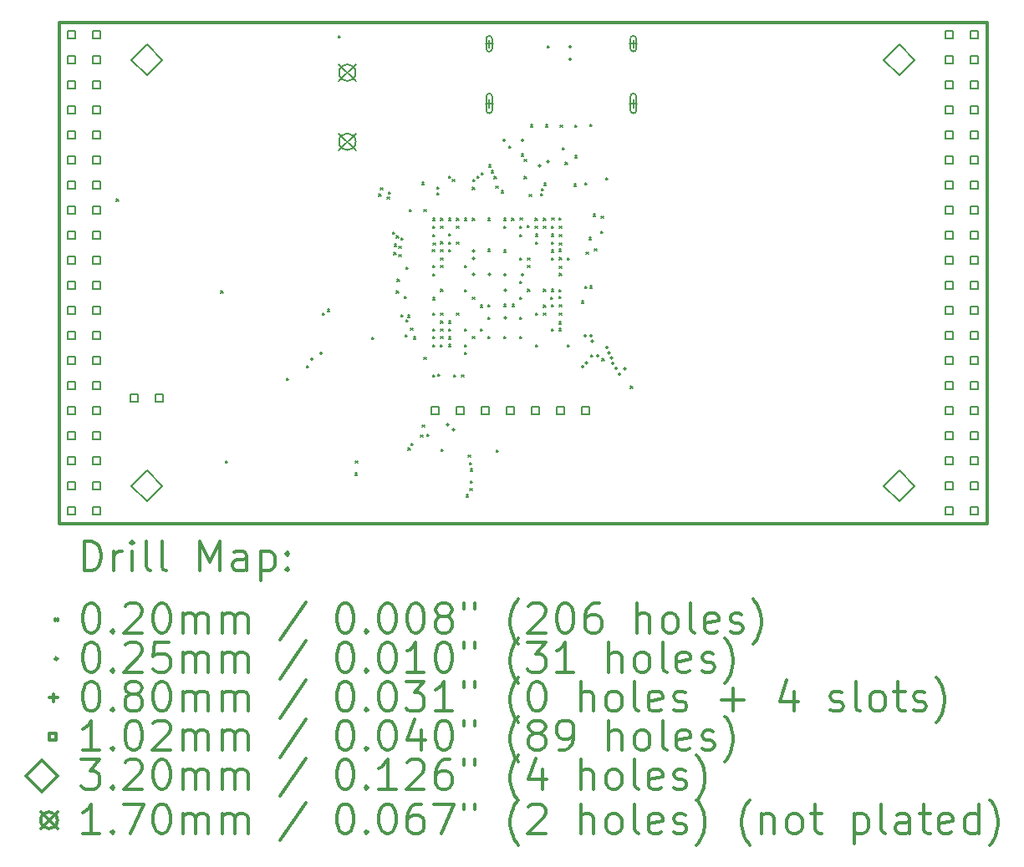
<source format=gbr>
%FSLAX45Y45*%
G04 Gerber Fmt 4.5, Leading zero omitted, Abs format (unit mm)*
G04 Created by KiCad (PCBNEW 4.0.5+dfsg1-4) date Sat May  6 12:26:24 2017*
%MOMM*%
%LPD*%
G01*
G04 APERTURE LIST*
%ADD10C,0.127000*%
%ADD11C,0.300000*%
%ADD12C,0.200000*%
G04 APERTURE END LIST*
D10*
D11*
X9410000Y-6142000D02*
X9410000Y-11222000D01*
X18808000Y-6142000D02*
X9410000Y-6142000D01*
X18808000Y-11222000D02*
X18808000Y-6142000D01*
X9410000Y-11222000D02*
X18808000Y-11222000D01*
D12*
X9991774Y-7933951D02*
X10011774Y-7953951D01*
X10011774Y-7933951D02*
X9991774Y-7953951D01*
X11049366Y-8865671D02*
X11069366Y-8885671D01*
X11069366Y-8865671D02*
X11049366Y-8885671D01*
X11098000Y-10590000D02*
X11118000Y-10610000D01*
X11118000Y-10590000D02*
X11098000Y-10610000D01*
X11718000Y-9750000D02*
X11738000Y-9770000D01*
X11738000Y-9750000D02*
X11718000Y-9770000D01*
X11916018Y-9625090D02*
X11936018Y-9645090D01*
X11936018Y-9625090D02*
X11916018Y-9645090D01*
X12078000Y-9090000D02*
X12098000Y-9110000D01*
X12098000Y-9090000D02*
X12078000Y-9110000D01*
X12130862Y-9053246D02*
X12150862Y-9073246D01*
X12150862Y-9053246D02*
X12130862Y-9073246D01*
X12238000Y-6280000D02*
X12258000Y-6300000D01*
X12258000Y-6280000D02*
X12238000Y-6300000D01*
X12410242Y-10710764D02*
X12430242Y-10730764D01*
X12430242Y-10710764D02*
X12410242Y-10730764D01*
X12415398Y-10588254D02*
X12435398Y-10608254D01*
X12435398Y-10588254D02*
X12415398Y-10608254D01*
X12579990Y-9335266D02*
X12599990Y-9355266D01*
X12599990Y-9335266D02*
X12579990Y-9355266D01*
X12650439Y-7882644D02*
X12670439Y-7902644D01*
X12670439Y-7882644D02*
X12650439Y-7902644D01*
X12667371Y-7820880D02*
X12687371Y-7840880D01*
X12687371Y-7820880D02*
X12667371Y-7840880D01*
X12734582Y-7912636D02*
X12754582Y-7932636D01*
X12754582Y-7912636D02*
X12734582Y-7932636D01*
X12746627Y-7861330D02*
X12766627Y-7881330D01*
X12766627Y-7861330D02*
X12746627Y-7881330D01*
X12791379Y-8271421D02*
X12811379Y-8291421D01*
X12811379Y-8271421D02*
X12791379Y-8291421D01*
X12804655Y-8476582D02*
X12824655Y-8496582D01*
X12824655Y-8476582D02*
X12804655Y-8496582D01*
X12807705Y-8392181D02*
X12827705Y-8412181D01*
X12827705Y-8392181D02*
X12807705Y-8412181D01*
X12828859Y-8864541D02*
X12848859Y-8884541D01*
X12848859Y-8864541D02*
X12828859Y-8884541D01*
X12829501Y-8307807D02*
X12849501Y-8327807D01*
X12849501Y-8307807D02*
X12829501Y-8327807D01*
X12837655Y-8748439D02*
X12857655Y-8768439D01*
X12857655Y-8748439D02*
X12837655Y-8768439D01*
X12854984Y-8498783D02*
X12874984Y-8518783D01*
X12874984Y-8498783D02*
X12854984Y-8518783D01*
X12855643Y-8414382D02*
X12875643Y-8434382D01*
X12875643Y-8414382D02*
X12855643Y-8434382D01*
X12874498Y-9107448D02*
X12894498Y-9127448D01*
X12894498Y-9107448D02*
X12874498Y-9127448D01*
X12877421Y-8329990D02*
X12897421Y-8349990D01*
X12897421Y-8329990D02*
X12877421Y-8349990D01*
X12911207Y-8919154D02*
X12931207Y-8939154D01*
X12931207Y-8919154D02*
X12911207Y-8939154D01*
X12918000Y-9310000D02*
X12938000Y-9330000D01*
X12938000Y-9310000D02*
X12918000Y-9330000D01*
X12927361Y-8626343D02*
X12947361Y-8646343D01*
X12947361Y-8626343D02*
X12927361Y-8646343D01*
X12927611Y-9160707D02*
X12947611Y-9180707D01*
X12947611Y-9160707D02*
X12927611Y-9180707D01*
X12944143Y-9110666D02*
X12964143Y-9130666D01*
X12964143Y-9110666D02*
X12944143Y-9130666D01*
X12946373Y-10458034D02*
X12966373Y-10478034D01*
X12966373Y-10458034D02*
X12946373Y-10478034D01*
X12958000Y-8040000D02*
X12978000Y-8060000D01*
X12978000Y-8040000D02*
X12958000Y-8060000D01*
X12971328Y-9241191D02*
X12991328Y-9261191D01*
X12991328Y-9241191D02*
X12971328Y-9261191D01*
X12978000Y-10410000D02*
X12998000Y-10430000D01*
X12998000Y-10410000D02*
X12978000Y-10430000D01*
X13002388Y-9331328D02*
X13022388Y-9351328D01*
X13022388Y-9331328D02*
X13002388Y-9351328D01*
X13073949Y-10325498D02*
X13093949Y-10345498D01*
X13093949Y-10325498D02*
X13073949Y-10345498D01*
X13087688Y-7765510D02*
X13107688Y-7785510D01*
X13107688Y-7765510D02*
X13087688Y-7785510D01*
X13091999Y-10226419D02*
X13111999Y-10246419D01*
X13111999Y-10226419D02*
X13091999Y-10246419D01*
X13108000Y-8040000D02*
X13128000Y-8060000D01*
X13128000Y-8040000D02*
X13108000Y-8060000D01*
X13109121Y-9541439D02*
X13129121Y-9561439D01*
X13129121Y-9541439D02*
X13109121Y-9561439D01*
X13135385Y-10319621D02*
X13155385Y-10339621D01*
X13155385Y-10319621D02*
X13135385Y-10339621D01*
X13193219Y-8446513D02*
X13213219Y-8466513D01*
X13213219Y-8446513D02*
X13193219Y-8466513D01*
X13197765Y-9087799D02*
X13217765Y-9107799D01*
X13217765Y-9087799D02*
X13197765Y-9107799D01*
X13198000Y-8130000D02*
X13218000Y-8150000D01*
X13218000Y-8130000D02*
X13198000Y-8150000D01*
X13198000Y-8207799D02*
X13218000Y-8227799D01*
X13218000Y-8207799D02*
X13198000Y-8227799D01*
X13198000Y-8610000D02*
X13218000Y-8630000D01*
X13218000Y-8610000D02*
X13198000Y-8630000D01*
X13198000Y-8690000D02*
X13218000Y-8710000D01*
X13218000Y-8690000D02*
X13198000Y-8710000D01*
X13198000Y-8934402D02*
X13218000Y-8954402D01*
X13218000Y-8934402D02*
X13198000Y-8954402D01*
X13198000Y-9250000D02*
X13218000Y-9270000D01*
X13218000Y-9250000D02*
X13198000Y-9270000D01*
X13198000Y-9330000D02*
X13218000Y-9350000D01*
X13218000Y-9330000D02*
X13198000Y-9350000D01*
X13198000Y-9410000D02*
X13218000Y-9430000D01*
X13218000Y-9410000D02*
X13198000Y-9430000D01*
X13198432Y-8292201D02*
X13218432Y-8312201D01*
X13218432Y-8292201D02*
X13198432Y-8312201D01*
X13199008Y-9717684D02*
X13219008Y-9737684D01*
X13219008Y-9717684D02*
X13199008Y-9737684D01*
X13201744Y-8376602D02*
X13221744Y-8396602D01*
X13221744Y-8376602D02*
X13201744Y-8396602D01*
X13240456Y-7810000D02*
X13260456Y-7830000D01*
X13260456Y-7810000D02*
X13240456Y-7830000D01*
X13240501Y-7869682D02*
X13260501Y-7889682D01*
X13260501Y-7869682D02*
X13240501Y-7889682D01*
X13250616Y-9707004D02*
X13270616Y-9727004D01*
X13270616Y-9707004D02*
X13250616Y-9727004D01*
X13274623Y-9409707D02*
X13294623Y-9429707D01*
X13294623Y-9409707D02*
X13274623Y-9429707D01*
X13277580Y-8532199D02*
X13297580Y-8552199D01*
X13297580Y-8532199D02*
X13277580Y-8552199D01*
X13278000Y-8210000D02*
X13298000Y-8230000D01*
X13298000Y-8210000D02*
X13278000Y-8230000D01*
X13278000Y-8610000D02*
X13298000Y-8630000D01*
X13298000Y-8610000D02*
X13278000Y-8630000D01*
X13278000Y-8850000D02*
X13298000Y-8870000D01*
X13298000Y-8850000D02*
X13278000Y-8870000D01*
X13278000Y-9090000D02*
X13298000Y-9110000D01*
X13298000Y-9090000D02*
X13278000Y-9110000D01*
X13278000Y-9170000D02*
X13298000Y-9190000D01*
X13298000Y-9170000D02*
X13278000Y-9190000D01*
X13278000Y-9250000D02*
X13298000Y-9270000D01*
X13298000Y-9250000D02*
X13278000Y-9270000D01*
X13278000Y-9330000D02*
X13298000Y-9350000D01*
X13298000Y-9330000D02*
X13278000Y-9350000D01*
X13278042Y-8446513D02*
X13298042Y-8466513D01*
X13298042Y-8446513D02*
X13278042Y-8466513D01*
X13278444Y-8129112D02*
X13298444Y-8149112D01*
X13298444Y-8129112D02*
X13278444Y-8149112D01*
X13278650Y-8367799D02*
X13298650Y-8387799D01*
X13298650Y-8367799D02*
X13278650Y-8387799D01*
X13281858Y-10470000D02*
X13301858Y-10490000D01*
X13301858Y-10470000D02*
X13281858Y-10490000D01*
X13356815Y-7701108D02*
X13376815Y-7721108D01*
X13376815Y-7701108D02*
X13356815Y-7721108D01*
X13357194Y-8449520D02*
X13377194Y-8469520D01*
X13377194Y-8449520D02*
X13357194Y-8469520D01*
X13358000Y-8130000D02*
X13378000Y-8150000D01*
X13378000Y-8130000D02*
X13358000Y-8150000D01*
X13358000Y-8287799D02*
X13378000Y-8307799D01*
X13378000Y-8287799D02*
X13358000Y-8307799D01*
X13358000Y-8372201D02*
X13378000Y-8392201D01*
X13378000Y-8372201D02*
X13358000Y-8392201D01*
X13358000Y-9170000D02*
X13378000Y-9190000D01*
X13378000Y-9170000D02*
X13358000Y-9190000D01*
X13358000Y-9250000D02*
X13378000Y-9270000D01*
X13378000Y-9250000D02*
X13358000Y-9270000D01*
X13358567Y-9330248D02*
X13378567Y-9350248D01*
X13378567Y-9330248D02*
X13358567Y-9350248D01*
X13359024Y-9408016D02*
X13379024Y-9428016D01*
X13379024Y-9408016D02*
X13359024Y-9428016D01*
X13395836Y-7736530D02*
X13415836Y-7756530D01*
X13415836Y-7736530D02*
X13395836Y-7756530D01*
X13409815Y-9716998D02*
X13429815Y-9736998D01*
X13429815Y-9716998D02*
X13409815Y-9736998D01*
X13438000Y-8210000D02*
X13458000Y-8230000D01*
X13458000Y-8210000D02*
X13438000Y-8230000D01*
X13438000Y-8370000D02*
X13458000Y-8390000D01*
X13458000Y-8370000D02*
X13438000Y-8390000D01*
X13438000Y-9090000D02*
X13458000Y-9110000D01*
X13458000Y-9090000D02*
X13438000Y-9110000D01*
X13438037Y-8129060D02*
X13458037Y-8149060D01*
X13458037Y-8129060D02*
X13438037Y-8149060D01*
X13488975Y-9715603D02*
X13508975Y-9735603D01*
X13508975Y-9715603D02*
X13488975Y-9735603D01*
X13517331Y-8851860D02*
X13537331Y-8871860D01*
X13537331Y-8851860D02*
X13517331Y-8871860D01*
X13517488Y-8129060D02*
X13537488Y-8149060D01*
X13537488Y-8129060D02*
X13517488Y-8149060D01*
X13518000Y-8610000D02*
X13538000Y-8630000D01*
X13538000Y-8610000D02*
X13518000Y-8630000D01*
X13518000Y-9250000D02*
X13538000Y-9270000D01*
X13538000Y-9250000D02*
X13518000Y-9270000D01*
X13518000Y-9410000D02*
X13538000Y-9430000D01*
X13538000Y-9410000D02*
X13518000Y-9430000D01*
X13518000Y-9490000D02*
X13538000Y-9510000D01*
X13538000Y-9490000D02*
X13518000Y-9510000D01*
X13537195Y-10930959D02*
X13557195Y-10950959D01*
X13557195Y-10930959D02*
X13537195Y-10950959D01*
X13558000Y-10530000D02*
X13578000Y-10550000D01*
X13578000Y-10530000D02*
X13558000Y-10550000D01*
X13567865Y-10606369D02*
X13587865Y-10626369D01*
X13587865Y-10606369D02*
X13567865Y-10626369D01*
X13575325Y-10869239D02*
X13595325Y-10889239D01*
X13595325Y-10869239D02*
X13575325Y-10889239D01*
X13575519Y-10792264D02*
X13595519Y-10812264D01*
X13595519Y-10792264D02*
X13575519Y-10812264D01*
X13578416Y-10670041D02*
X13598416Y-10690041D01*
X13598416Y-10670041D02*
X13578416Y-10690041D01*
X13598000Y-8130000D02*
X13618000Y-8150000D01*
X13618000Y-8130000D02*
X13598000Y-8150000D01*
X13598000Y-8930000D02*
X13618000Y-8950000D01*
X13618000Y-8930000D02*
X13598000Y-8950000D01*
X13598000Y-9330000D02*
X13618000Y-9350000D01*
X13618000Y-9330000D02*
X13598000Y-9350000D01*
X13600201Y-7816859D02*
X13620201Y-7836859D01*
X13620201Y-7816859D02*
X13600201Y-7836859D01*
X13602332Y-7737368D02*
X13622332Y-7757368D01*
X13622332Y-7737368D02*
X13602332Y-7757368D01*
X13644051Y-7700798D02*
X13664051Y-7720798D01*
X13664051Y-7700798D02*
X13644051Y-7720798D01*
X13678000Y-9010000D02*
X13698000Y-9030000D01*
X13698000Y-9010000D02*
X13678000Y-9030000D01*
X13678000Y-9250000D02*
X13698000Y-9270000D01*
X13698000Y-9250000D02*
X13678000Y-9270000D01*
X13686786Y-7669785D02*
X13706786Y-7689785D01*
X13706786Y-7669785D02*
X13686786Y-7689785D01*
X13756589Y-9130245D02*
X13776589Y-9150245D01*
X13776589Y-9130245D02*
X13756589Y-9150245D01*
X13758000Y-8130000D02*
X13778000Y-8150000D01*
X13778000Y-8130000D02*
X13758000Y-8150000D01*
X13758000Y-9007299D02*
X13778000Y-9027299D01*
X13778000Y-9007299D02*
X13758000Y-9027299D01*
X13758000Y-9330000D02*
X13778000Y-9350000D01*
X13778000Y-9330000D02*
X13758000Y-9350000D01*
X13758056Y-8443409D02*
X13778056Y-8463409D01*
X13778056Y-8443409D02*
X13758056Y-8463409D01*
X13765456Y-7587419D02*
X13785456Y-7607419D01*
X13785456Y-7587419D02*
X13765456Y-7607419D01*
X13787496Y-7647724D02*
X13807496Y-7667724D01*
X13807496Y-7647724D02*
X13787496Y-7667724D01*
X13819197Y-7706418D02*
X13839197Y-7726418D01*
X13839197Y-7706418D02*
X13819197Y-7726418D01*
X13837475Y-7801776D02*
X13857475Y-7821776D01*
X13857475Y-7801776D02*
X13837475Y-7821776D01*
X13840016Y-10481188D02*
X13860016Y-10501188D01*
X13860016Y-10481188D02*
X13840016Y-10501188D01*
X13893099Y-7850080D02*
X13913099Y-7870080D01*
X13913099Y-7850080D02*
X13893099Y-7870080D01*
X13917252Y-8451135D02*
X13937252Y-8471135D01*
X13937252Y-8451135D02*
X13917252Y-8471135D01*
X13918000Y-8130000D02*
X13938000Y-8150000D01*
X13938000Y-8130000D02*
X13918000Y-8150000D01*
X13918000Y-8210000D02*
X13938000Y-8230000D01*
X13938000Y-8210000D02*
X13918000Y-8230000D01*
X13918000Y-9002299D02*
X13938000Y-9022299D01*
X13938000Y-9002299D02*
X13918000Y-9022299D01*
X13918000Y-9330000D02*
X13938000Y-9350000D01*
X13938000Y-9330000D02*
X13918000Y-9350000D01*
X13968250Y-7397346D02*
X13988250Y-7417346D01*
X13988250Y-7397346D02*
X13968250Y-7417346D01*
X13998000Y-8130000D02*
X14018000Y-8150000D01*
X14018000Y-8130000D02*
X13998000Y-8150000D01*
X13999489Y-9002299D02*
X14019489Y-9022299D01*
X14019489Y-9002299D02*
X13999489Y-9022299D01*
X14076403Y-8294140D02*
X14096403Y-8314140D01*
X14096403Y-8294140D02*
X14076403Y-8314140D01*
X14077419Y-9133335D02*
X14097419Y-9153335D01*
X14097419Y-9133335D02*
X14077419Y-9153335D01*
X14078000Y-8530000D02*
X14098000Y-8550000D01*
X14098000Y-8530000D02*
X14078000Y-8550000D01*
X14078000Y-8770000D02*
X14098000Y-8790000D01*
X14098000Y-8770000D02*
X14078000Y-8790000D01*
X14078000Y-8930000D02*
X14098000Y-8950000D01*
X14098000Y-8930000D02*
X14078000Y-8950000D01*
X14078000Y-9330000D02*
X14098000Y-9350000D01*
X14098000Y-9330000D02*
X14078000Y-9350000D01*
X14080201Y-8207928D02*
X14100201Y-8227928D01*
X14100201Y-8207928D02*
X14080201Y-8227928D01*
X14082401Y-8127559D02*
X14102401Y-8147559D01*
X14102401Y-8127559D02*
X14082401Y-8147559D01*
X14094664Y-7477380D02*
X14114664Y-7497380D01*
X14114664Y-7477380D02*
X14094664Y-7497380D01*
X14122988Y-7531564D02*
X14142988Y-7551564D01*
X14142988Y-7531564D02*
X14122988Y-7551564D01*
X14124602Y-7707029D02*
X14144602Y-7727029D01*
X14144602Y-7707029D02*
X14124602Y-7727029D01*
X14155799Y-8203034D02*
X14175799Y-8223034D01*
X14175799Y-8203034D02*
X14155799Y-8223034D01*
X14158000Y-8530000D02*
X14178000Y-8550000D01*
X14178000Y-8530000D02*
X14158000Y-8550000D01*
X14158000Y-8610000D02*
X14178000Y-8630000D01*
X14178000Y-8610000D02*
X14158000Y-8630000D01*
X14158000Y-8850000D02*
X14178000Y-8870000D01*
X14178000Y-8850000D02*
X14158000Y-8870000D01*
X14175304Y-7886864D02*
X14195304Y-7906864D01*
X14195304Y-7886864D02*
X14175304Y-7906864D01*
X14188614Y-7179985D02*
X14208614Y-7199985D01*
X14208614Y-7179985D02*
X14188614Y-7199985D01*
X14235799Y-8128224D02*
X14255799Y-8148224D01*
X14255799Y-8128224D02*
X14235799Y-8148224D01*
X14235799Y-8209139D02*
X14255799Y-8229139D01*
X14255799Y-8209139D02*
X14235799Y-8229139D01*
X14237355Y-8289891D02*
X14257355Y-8309891D01*
X14257355Y-8289891D02*
X14237355Y-8309891D01*
X14238000Y-8370000D02*
X14258000Y-8390000D01*
X14258000Y-8370000D02*
X14238000Y-8390000D01*
X14238000Y-9090000D02*
X14258000Y-9110000D01*
X14258000Y-9090000D02*
X14238000Y-9110000D01*
X14238000Y-9410000D02*
X14258000Y-9430000D01*
X14258000Y-9410000D02*
X14238000Y-9430000D01*
X14291994Y-7880304D02*
X14311994Y-7900304D01*
X14311994Y-7880304D02*
X14291994Y-7900304D01*
X14298670Y-7828027D02*
X14318670Y-7848027D01*
X14318670Y-7828027D02*
X14298670Y-7848027D01*
X14317803Y-8849503D02*
X14337803Y-8869503D01*
X14337803Y-8849503D02*
X14317803Y-8869503D01*
X14318000Y-9090000D02*
X14338000Y-9110000D01*
X14338000Y-9090000D02*
X14318000Y-9110000D01*
X14318182Y-9010195D02*
X14338182Y-9030195D01*
X14338182Y-9010195D02*
X14318182Y-9030195D01*
X14320201Y-8128173D02*
X14340201Y-8148173D01*
X14340201Y-8128173D02*
X14320201Y-8148173D01*
X14320201Y-8209499D02*
X14340201Y-8229499D01*
X14340201Y-8209499D02*
X14320201Y-8229499D01*
X14322321Y-7773748D02*
X14342321Y-7793748D01*
X14342321Y-7773748D02*
X14322321Y-7793748D01*
X14338000Y-7180000D02*
X14358000Y-7200000D01*
X14358000Y-7180000D02*
X14338000Y-7200000D01*
X14358000Y-6380000D02*
X14378000Y-6400000D01*
X14378000Y-6380000D02*
X14358000Y-6400000D01*
X14393579Y-8929761D02*
X14413579Y-8949761D01*
X14413579Y-8929761D02*
X14393579Y-8949761D01*
X14397690Y-8208645D02*
X14417690Y-8228645D01*
X14417690Y-8208645D02*
X14397690Y-8228645D01*
X14398000Y-8290000D02*
X14418000Y-8310000D01*
X14418000Y-8290000D02*
X14398000Y-8310000D01*
X14398000Y-8370000D02*
X14418000Y-8390000D01*
X14418000Y-8370000D02*
X14398000Y-8390000D01*
X14398000Y-8450000D02*
X14418000Y-8470000D01*
X14418000Y-8450000D02*
X14398000Y-8470000D01*
X14398000Y-9250000D02*
X14418000Y-9270000D01*
X14418000Y-9250000D02*
X14398000Y-9270000D01*
X14398052Y-8529722D02*
X14418052Y-8549722D01*
X14418052Y-8529722D02*
X14398052Y-8549722D01*
X14398242Y-9003286D02*
X14418242Y-9023286D01*
X14418242Y-9003286D02*
X14398242Y-9023286D01*
X14398283Y-8848451D02*
X14418283Y-8868451D01*
X14418283Y-8848451D02*
X14398283Y-8868451D01*
X14404602Y-8127478D02*
X14424602Y-8147478D01*
X14424602Y-8127478D02*
X14404602Y-8147478D01*
X14476639Y-8123398D02*
X14496639Y-8143398D01*
X14496639Y-8123398D02*
X14476639Y-8143398D01*
X14476942Y-8918885D02*
X14496942Y-8938885D01*
X14496942Y-8918885D02*
X14476942Y-8938885D01*
X14477765Y-8852201D02*
X14497765Y-8872201D01*
X14497765Y-8852201D02*
X14477765Y-8872201D01*
X14477769Y-8443293D02*
X14497769Y-8463293D01*
X14497769Y-8443293D02*
X14477769Y-8463293D01*
X14478235Y-9247799D02*
X14498235Y-9267799D01*
X14498235Y-9247799D02*
X14478235Y-9267799D01*
X14478278Y-9177765D02*
X14498278Y-9197765D01*
X14498278Y-9177765D02*
X14478278Y-9197765D01*
X14478509Y-8207799D02*
X14498509Y-8227799D01*
X14498509Y-8207799D02*
X14478509Y-8227799D01*
X14478522Y-9092124D02*
X14498522Y-9112124D01*
X14498522Y-9092124D02*
X14478522Y-9112124D01*
X14478569Y-9003286D02*
X14498569Y-9023286D01*
X14498569Y-9003286D02*
X14478569Y-9023286D01*
X14478654Y-8528519D02*
X14498654Y-8548519D01*
X14498654Y-8528519D02*
X14478654Y-8548519D01*
X14478856Y-8689382D02*
X14498856Y-8709382D01*
X14498856Y-8689382D02*
X14478856Y-8709382D01*
X14479038Y-8376602D02*
X14499038Y-8396602D01*
X14499038Y-8376602D02*
X14479038Y-8396602D01*
X14479410Y-8292201D02*
X14499410Y-8312201D01*
X14499410Y-8292201D02*
X14479410Y-8312201D01*
X14480128Y-8616874D02*
X14500128Y-8636874D01*
X14500128Y-8616874D02*
X14480128Y-8636874D01*
X14489219Y-7183586D02*
X14509219Y-7203586D01*
X14509219Y-7183586D02*
X14489219Y-7203586D01*
X14507287Y-7414054D02*
X14527287Y-7434054D01*
X14527287Y-7414054D02*
X14507287Y-7434054D01*
X14539400Y-7561857D02*
X14559400Y-7581857D01*
X14559400Y-7561857D02*
X14539400Y-7581857D01*
X14558000Y-8532201D02*
X14578000Y-8552201D01*
X14578000Y-8532201D02*
X14558000Y-8552201D01*
X14558000Y-9410000D02*
X14578000Y-9430000D01*
X14578000Y-9410000D02*
X14558000Y-9430000D01*
X14628717Y-7781899D02*
X14648717Y-7801899D01*
X14648717Y-7781899D02*
X14628717Y-7801899D01*
X14635665Y-7495669D02*
X14655665Y-7515669D01*
X14655665Y-7495669D02*
X14635665Y-7515669D01*
X14639044Y-7187627D02*
X14659044Y-7207627D01*
X14659044Y-7187627D02*
X14639044Y-7207627D01*
X14702416Y-8967930D02*
X14722416Y-8987930D01*
X14722416Y-8967930D02*
X14702416Y-8987930D01*
X14737332Y-8820126D02*
X14757332Y-8840126D01*
X14757332Y-8820126D02*
X14737332Y-8840126D01*
X14738000Y-7772201D02*
X14758000Y-7792201D01*
X14758000Y-7772201D02*
X14738000Y-7792201D01*
X14751169Y-8471101D02*
X14771169Y-8491101D01*
X14771169Y-8471101D02*
X14751169Y-8491101D01*
X14780411Y-8322869D02*
X14800411Y-8342869D01*
X14800411Y-8322869D02*
X14780411Y-8342869D01*
X14788706Y-7177496D02*
X14808706Y-7197496D01*
X14808706Y-7177496D02*
X14788706Y-7197496D01*
X14789768Y-8814844D02*
X14809768Y-8834844D01*
X14809768Y-8814844D02*
X14789768Y-8834844D01*
X14797412Y-9512933D02*
X14817412Y-9532933D01*
X14817412Y-9512933D02*
X14797412Y-9532933D01*
X14823777Y-8087578D02*
X14843777Y-8107578D01*
X14843777Y-8087578D02*
X14823777Y-8107578D01*
X14834103Y-8439815D02*
X14854103Y-8459815D01*
X14854103Y-8439815D02*
X14834103Y-8459815D01*
X14901003Y-8261055D02*
X14921003Y-8281055D01*
X14921003Y-8261055D02*
X14901003Y-8281055D01*
X14903191Y-8110201D02*
X14923191Y-8130201D01*
X14923191Y-8110201D02*
X14903191Y-8130201D01*
X14910771Y-9550529D02*
X14930771Y-9570529D01*
X14930771Y-9550529D02*
X14910771Y-9570529D01*
X14948500Y-7719500D02*
X14968500Y-7739500D01*
X14968500Y-7719500D02*
X14948500Y-7739500D01*
X15199500Y-9830000D02*
X15219500Y-9850000D01*
X15219500Y-9830000D02*
X15199500Y-9850000D01*
X11983619Y-9555088D02*
G75*
G03X11983619Y-9555088I-12700J0D01*
G01*
X12076103Y-9497760D02*
G75*
G03X12076103Y-9497760I-12700J0D01*
G01*
X13357629Y-10223262D02*
G75*
G03X13357629Y-10223262I-12700J0D01*
G01*
X13420141Y-10275223D02*
G75*
G03X13420141Y-10275223I-12700J0D01*
G01*
X13620700Y-8460000D02*
G75*
G03X13620700Y-8460000I-12700J0D01*
G01*
X13620700Y-8540000D02*
G75*
G03X13620700Y-8540000I-12700J0D01*
G01*
X13623799Y-8699540D02*
G75*
G03X13623799Y-8699540I-12700J0D01*
G01*
X13780700Y-8700000D02*
G75*
G03X13780700Y-8700000I-12700J0D01*
G01*
X13931242Y-7337804D02*
G75*
G03X13931242Y-7337804I-12700J0D01*
G01*
X13940700Y-8700000D02*
G75*
G03X13940700Y-8700000I-12700J0D01*
G01*
X13940700Y-8860000D02*
G75*
G03X13940700Y-8860000I-12700J0D01*
G01*
X13943964Y-9135970D02*
G75*
G03X13943964Y-9135970I-12700J0D01*
G01*
X14115614Y-7339101D02*
G75*
G03X14115614Y-7339101I-12700J0D01*
G01*
X14116986Y-8699500D02*
G75*
G03X14116986Y-8699500I-12700J0D01*
G01*
X14290285Y-7593915D02*
G75*
G03X14290285Y-7593915I-12700J0D01*
G01*
X14375267Y-7552125D02*
G75*
G03X14375267Y-7552125I-12700J0D01*
G01*
X14597886Y-6518923D02*
G75*
G03X14597886Y-6518923I-12700J0D01*
G01*
X14600073Y-6392085D02*
G75*
G03X14600073Y-6392085I-12700J0D01*
G01*
X14725899Y-9634801D02*
G75*
G03X14725899Y-9634801I-12700J0D01*
G01*
X14752909Y-9320901D02*
G75*
G03X14752909Y-9320901I-12700J0D01*
G01*
X14765370Y-9592166D02*
G75*
G03X14765370Y-9592166I-12700J0D01*
G01*
X14810990Y-9319373D02*
G75*
G03X14810990Y-9319373I-12700J0D01*
G01*
X14823724Y-9376062D02*
G75*
G03X14823724Y-9376062I-12700J0D01*
G01*
X14878093Y-9523995D02*
G75*
G03X14878093Y-9523995I-12700J0D01*
G01*
X14974686Y-9437887D02*
G75*
G03X14974686Y-9437887I-12700J0D01*
G01*
X14990624Y-9494419D02*
G75*
G03X14990624Y-9494419I-12700J0D01*
G01*
X15019903Y-9544603D02*
G75*
G03X15019903Y-9544603I-12700J0D01*
G01*
X15032486Y-9601326D02*
G75*
G03X15032486Y-9601326I-12700J0D01*
G01*
X15064591Y-9649751D02*
G75*
G03X15064591Y-9649751I-12700J0D01*
G01*
X15102216Y-9710492D02*
G75*
G03X15102216Y-9710492I-12700J0D01*
G01*
X15155392Y-9652519D02*
G75*
G03X15155392Y-9652519I-12700J0D01*
G01*
X13768000Y-6320000D02*
X13768000Y-6400000D01*
X13728000Y-6360000D02*
X13808000Y-6360000D01*
X13738000Y-6310000D02*
X13738000Y-6410000D01*
X13798000Y-6310000D02*
X13798000Y-6410000D01*
X13738000Y-6410000D02*
G75*
G03X13798000Y-6410000I30000J0D01*
G01*
X13798000Y-6310000D02*
G75*
G03X13738000Y-6310000I-30000J0D01*
G01*
X13768000Y-6925000D02*
X13768000Y-7005000D01*
X13728000Y-6965000D02*
X13808000Y-6965000D01*
X13738000Y-6895000D02*
X13738000Y-7035000D01*
X13798000Y-6895000D02*
X13798000Y-7035000D01*
X13738000Y-7035000D02*
G75*
G03X13798000Y-7035000I30000J0D01*
G01*
X13798000Y-6895000D02*
G75*
G03X13738000Y-6895000I-30000J0D01*
G01*
X15228000Y-6320000D02*
X15228000Y-6400000D01*
X15188000Y-6360000D02*
X15268000Y-6360000D01*
X15198000Y-6310000D02*
X15198000Y-6410000D01*
X15258000Y-6310000D02*
X15258000Y-6410000D01*
X15198000Y-6410000D02*
G75*
G03X15258000Y-6410000I30000J0D01*
G01*
X15258000Y-6310000D02*
G75*
G03X15198000Y-6310000I-30000J0D01*
G01*
X15228000Y-6925000D02*
X15228000Y-7005000D01*
X15188000Y-6965000D02*
X15268000Y-6965000D01*
X15198000Y-6895000D02*
X15198000Y-7035000D01*
X15258000Y-6895000D02*
X15258000Y-7035000D01*
X15198000Y-7035000D02*
G75*
G03X15258000Y-7035000I30000J0D01*
G01*
X15258000Y-6895000D02*
G75*
G03X15198000Y-6895000I-30000J0D01*
G01*
X9572921Y-6304921D02*
X9572921Y-6233079D01*
X9501079Y-6233079D01*
X9501079Y-6304921D01*
X9572921Y-6304921D01*
X9572921Y-6558921D02*
X9572921Y-6487079D01*
X9501079Y-6487079D01*
X9501079Y-6558921D01*
X9572921Y-6558921D01*
X9572921Y-6812921D02*
X9572921Y-6741079D01*
X9501079Y-6741079D01*
X9501079Y-6812921D01*
X9572921Y-6812921D01*
X9572921Y-7066921D02*
X9572921Y-6995079D01*
X9501079Y-6995079D01*
X9501079Y-7066921D01*
X9572921Y-7066921D01*
X9572921Y-7320921D02*
X9572921Y-7249079D01*
X9501079Y-7249079D01*
X9501079Y-7320921D01*
X9572921Y-7320921D01*
X9572921Y-7574921D02*
X9572921Y-7503079D01*
X9501079Y-7503079D01*
X9501079Y-7574921D01*
X9572921Y-7574921D01*
X9572921Y-7828921D02*
X9572921Y-7757079D01*
X9501079Y-7757079D01*
X9501079Y-7828921D01*
X9572921Y-7828921D01*
X9572921Y-8082921D02*
X9572921Y-8011079D01*
X9501079Y-8011079D01*
X9501079Y-8082921D01*
X9572921Y-8082921D01*
X9572921Y-8336921D02*
X9572921Y-8265079D01*
X9501079Y-8265079D01*
X9501079Y-8336921D01*
X9572921Y-8336921D01*
X9572921Y-8590921D02*
X9572921Y-8519079D01*
X9501079Y-8519079D01*
X9501079Y-8590921D01*
X9572921Y-8590921D01*
X9572921Y-8844921D02*
X9572921Y-8773079D01*
X9501079Y-8773079D01*
X9501079Y-8844921D01*
X9572921Y-8844921D01*
X9572921Y-9098921D02*
X9572921Y-9027079D01*
X9501079Y-9027079D01*
X9501079Y-9098921D01*
X9572921Y-9098921D01*
X9572921Y-9352921D02*
X9572921Y-9281079D01*
X9501079Y-9281079D01*
X9501079Y-9352921D01*
X9572921Y-9352921D01*
X9572921Y-9606921D02*
X9572921Y-9535079D01*
X9501079Y-9535079D01*
X9501079Y-9606921D01*
X9572921Y-9606921D01*
X9572921Y-9860921D02*
X9572921Y-9789079D01*
X9501079Y-9789079D01*
X9501079Y-9860921D01*
X9572921Y-9860921D01*
X9572921Y-10114921D02*
X9572921Y-10043079D01*
X9501079Y-10043079D01*
X9501079Y-10114921D01*
X9572921Y-10114921D01*
X9572921Y-10368921D02*
X9572921Y-10297079D01*
X9501079Y-10297079D01*
X9501079Y-10368921D01*
X9572921Y-10368921D01*
X9572921Y-10622921D02*
X9572921Y-10551079D01*
X9501079Y-10551079D01*
X9501079Y-10622921D01*
X9572921Y-10622921D01*
X9572921Y-10876921D02*
X9572921Y-10805079D01*
X9501079Y-10805079D01*
X9501079Y-10876921D01*
X9572921Y-10876921D01*
X9572921Y-11130921D02*
X9572921Y-11059079D01*
X9501079Y-11059079D01*
X9501079Y-11130921D01*
X9572921Y-11130921D01*
X9826921Y-6304921D02*
X9826921Y-6233079D01*
X9755079Y-6233079D01*
X9755079Y-6304921D01*
X9826921Y-6304921D01*
X9826921Y-6558921D02*
X9826921Y-6487079D01*
X9755079Y-6487079D01*
X9755079Y-6558921D01*
X9826921Y-6558921D01*
X9826921Y-6812921D02*
X9826921Y-6741079D01*
X9755079Y-6741079D01*
X9755079Y-6812921D01*
X9826921Y-6812921D01*
X9826921Y-7066921D02*
X9826921Y-6995079D01*
X9755079Y-6995079D01*
X9755079Y-7066921D01*
X9826921Y-7066921D01*
X9826921Y-7320921D02*
X9826921Y-7249079D01*
X9755079Y-7249079D01*
X9755079Y-7320921D01*
X9826921Y-7320921D01*
X9826921Y-7574921D02*
X9826921Y-7503079D01*
X9755079Y-7503079D01*
X9755079Y-7574921D01*
X9826921Y-7574921D01*
X9826921Y-7828921D02*
X9826921Y-7757079D01*
X9755079Y-7757079D01*
X9755079Y-7828921D01*
X9826921Y-7828921D01*
X9826921Y-8082921D02*
X9826921Y-8011079D01*
X9755079Y-8011079D01*
X9755079Y-8082921D01*
X9826921Y-8082921D01*
X9826921Y-8336921D02*
X9826921Y-8265079D01*
X9755079Y-8265079D01*
X9755079Y-8336921D01*
X9826921Y-8336921D01*
X9826921Y-8590921D02*
X9826921Y-8519079D01*
X9755079Y-8519079D01*
X9755079Y-8590921D01*
X9826921Y-8590921D01*
X9826921Y-8844921D02*
X9826921Y-8773079D01*
X9755079Y-8773079D01*
X9755079Y-8844921D01*
X9826921Y-8844921D01*
X9826921Y-9098921D02*
X9826921Y-9027079D01*
X9755079Y-9027079D01*
X9755079Y-9098921D01*
X9826921Y-9098921D01*
X9826921Y-9352921D02*
X9826921Y-9281079D01*
X9755079Y-9281079D01*
X9755079Y-9352921D01*
X9826921Y-9352921D01*
X9826921Y-9606921D02*
X9826921Y-9535079D01*
X9755079Y-9535079D01*
X9755079Y-9606921D01*
X9826921Y-9606921D01*
X9826921Y-9860921D02*
X9826921Y-9789079D01*
X9755079Y-9789079D01*
X9755079Y-9860921D01*
X9826921Y-9860921D01*
X9826921Y-10114921D02*
X9826921Y-10043079D01*
X9755079Y-10043079D01*
X9755079Y-10114921D01*
X9826921Y-10114921D01*
X9826921Y-10368921D02*
X9826921Y-10297079D01*
X9755079Y-10297079D01*
X9755079Y-10368921D01*
X9826921Y-10368921D01*
X9826921Y-10622921D02*
X9826921Y-10551079D01*
X9755079Y-10551079D01*
X9755079Y-10622921D01*
X9826921Y-10622921D01*
X9826921Y-10876921D02*
X9826921Y-10805079D01*
X9755079Y-10805079D01*
X9755079Y-10876921D01*
X9826921Y-10876921D01*
X9826921Y-11130921D02*
X9826921Y-11059079D01*
X9755079Y-11059079D01*
X9755079Y-11130921D01*
X9826921Y-11130921D01*
X10207921Y-9987921D02*
X10207921Y-9916079D01*
X10136079Y-9916079D01*
X10136079Y-9987921D01*
X10207921Y-9987921D01*
X10461921Y-9987921D02*
X10461921Y-9916079D01*
X10390079Y-9916079D01*
X10390079Y-9987921D01*
X10461921Y-9987921D01*
X13255921Y-10114921D02*
X13255921Y-10043079D01*
X13184079Y-10043079D01*
X13184079Y-10114921D01*
X13255921Y-10114921D01*
X13509921Y-10114921D02*
X13509921Y-10043079D01*
X13438079Y-10043079D01*
X13438079Y-10114921D01*
X13509921Y-10114921D01*
X13763921Y-10114921D02*
X13763921Y-10043079D01*
X13692079Y-10043079D01*
X13692079Y-10114921D01*
X13763921Y-10114921D01*
X14017921Y-10114921D02*
X14017921Y-10043079D01*
X13946079Y-10043079D01*
X13946079Y-10114921D01*
X14017921Y-10114921D01*
X14271921Y-10114921D02*
X14271921Y-10043079D01*
X14200079Y-10043079D01*
X14200079Y-10114921D01*
X14271921Y-10114921D01*
X14525921Y-10114921D02*
X14525921Y-10043079D01*
X14454079Y-10043079D01*
X14454079Y-10114921D01*
X14525921Y-10114921D01*
X14779921Y-10114921D02*
X14779921Y-10043079D01*
X14708079Y-10043079D01*
X14708079Y-10114921D01*
X14779921Y-10114921D01*
X18462921Y-6304921D02*
X18462921Y-6233079D01*
X18391079Y-6233079D01*
X18391079Y-6304921D01*
X18462921Y-6304921D01*
X18462921Y-6558921D02*
X18462921Y-6487079D01*
X18391079Y-6487079D01*
X18391079Y-6558921D01*
X18462921Y-6558921D01*
X18462921Y-6812921D02*
X18462921Y-6741079D01*
X18391079Y-6741079D01*
X18391079Y-6812921D01*
X18462921Y-6812921D01*
X18462921Y-7066921D02*
X18462921Y-6995079D01*
X18391079Y-6995079D01*
X18391079Y-7066921D01*
X18462921Y-7066921D01*
X18462921Y-7320921D02*
X18462921Y-7249079D01*
X18391079Y-7249079D01*
X18391079Y-7320921D01*
X18462921Y-7320921D01*
X18462921Y-7574921D02*
X18462921Y-7503079D01*
X18391079Y-7503079D01*
X18391079Y-7574921D01*
X18462921Y-7574921D01*
X18462921Y-7828921D02*
X18462921Y-7757079D01*
X18391079Y-7757079D01*
X18391079Y-7828921D01*
X18462921Y-7828921D01*
X18462921Y-8082921D02*
X18462921Y-8011079D01*
X18391079Y-8011079D01*
X18391079Y-8082921D01*
X18462921Y-8082921D01*
X18462921Y-8336921D02*
X18462921Y-8265079D01*
X18391079Y-8265079D01*
X18391079Y-8336921D01*
X18462921Y-8336921D01*
X18462921Y-8590921D02*
X18462921Y-8519079D01*
X18391079Y-8519079D01*
X18391079Y-8590921D01*
X18462921Y-8590921D01*
X18462921Y-8844921D02*
X18462921Y-8773079D01*
X18391079Y-8773079D01*
X18391079Y-8844921D01*
X18462921Y-8844921D01*
X18462921Y-9098921D02*
X18462921Y-9027079D01*
X18391079Y-9027079D01*
X18391079Y-9098921D01*
X18462921Y-9098921D01*
X18462921Y-9352921D02*
X18462921Y-9281079D01*
X18391079Y-9281079D01*
X18391079Y-9352921D01*
X18462921Y-9352921D01*
X18462921Y-9606921D02*
X18462921Y-9535079D01*
X18391079Y-9535079D01*
X18391079Y-9606921D01*
X18462921Y-9606921D01*
X18462921Y-9860921D02*
X18462921Y-9789079D01*
X18391079Y-9789079D01*
X18391079Y-9860921D01*
X18462921Y-9860921D01*
X18462921Y-10114921D02*
X18462921Y-10043079D01*
X18391079Y-10043079D01*
X18391079Y-10114921D01*
X18462921Y-10114921D01*
X18462921Y-10368921D02*
X18462921Y-10297079D01*
X18391079Y-10297079D01*
X18391079Y-10368921D01*
X18462921Y-10368921D01*
X18462921Y-10622921D02*
X18462921Y-10551079D01*
X18391079Y-10551079D01*
X18391079Y-10622921D01*
X18462921Y-10622921D01*
X18462921Y-10876921D02*
X18462921Y-10805079D01*
X18391079Y-10805079D01*
X18391079Y-10876921D01*
X18462921Y-10876921D01*
X18462921Y-11130921D02*
X18462921Y-11059079D01*
X18391079Y-11059079D01*
X18391079Y-11130921D01*
X18462921Y-11130921D01*
X18716921Y-6304921D02*
X18716921Y-6233079D01*
X18645079Y-6233079D01*
X18645079Y-6304921D01*
X18716921Y-6304921D01*
X18716921Y-6558921D02*
X18716921Y-6487079D01*
X18645079Y-6487079D01*
X18645079Y-6558921D01*
X18716921Y-6558921D01*
X18716921Y-6812921D02*
X18716921Y-6741079D01*
X18645079Y-6741079D01*
X18645079Y-6812921D01*
X18716921Y-6812921D01*
X18716921Y-7066921D02*
X18716921Y-6995079D01*
X18645079Y-6995079D01*
X18645079Y-7066921D01*
X18716921Y-7066921D01*
X18716921Y-7320921D02*
X18716921Y-7249079D01*
X18645079Y-7249079D01*
X18645079Y-7320921D01*
X18716921Y-7320921D01*
X18716921Y-7574921D02*
X18716921Y-7503079D01*
X18645079Y-7503079D01*
X18645079Y-7574921D01*
X18716921Y-7574921D01*
X18716921Y-7828921D02*
X18716921Y-7757079D01*
X18645079Y-7757079D01*
X18645079Y-7828921D01*
X18716921Y-7828921D01*
X18716921Y-8082921D02*
X18716921Y-8011079D01*
X18645079Y-8011079D01*
X18645079Y-8082921D01*
X18716921Y-8082921D01*
X18716921Y-8336921D02*
X18716921Y-8265079D01*
X18645079Y-8265079D01*
X18645079Y-8336921D01*
X18716921Y-8336921D01*
X18716921Y-8590921D02*
X18716921Y-8519079D01*
X18645079Y-8519079D01*
X18645079Y-8590921D01*
X18716921Y-8590921D01*
X18716921Y-8844921D02*
X18716921Y-8773079D01*
X18645079Y-8773079D01*
X18645079Y-8844921D01*
X18716921Y-8844921D01*
X18716921Y-9098921D02*
X18716921Y-9027079D01*
X18645079Y-9027079D01*
X18645079Y-9098921D01*
X18716921Y-9098921D01*
X18716921Y-9352921D02*
X18716921Y-9281079D01*
X18645079Y-9281079D01*
X18645079Y-9352921D01*
X18716921Y-9352921D01*
X18716921Y-9606921D02*
X18716921Y-9535079D01*
X18645079Y-9535079D01*
X18645079Y-9606921D01*
X18716921Y-9606921D01*
X18716921Y-9860921D02*
X18716921Y-9789079D01*
X18645079Y-9789079D01*
X18645079Y-9860921D01*
X18716921Y-9860921D01*
X18716921Y-10114921D02*
X18716921Y-10043079D01*
X18645079Y-10043079D01*
X18645079Y-10114921D01*
X18716921Y-10114921D01*
X18716921Y-10368921D02*
X18716921Y-10297079D01*
X18645079Y-10297079D01*
X18645079Y-10368921D01*
X18716921Y-10368921D01*
X18716921Y-10622921D02*
X18716921Y-10551079D01*
X18645079Y-10551079D01*
X18645079Y-10622921D01*
X18716921Y-10622921D01*
X18716921Y-10876921D02*
X18716921Y-10805079D01*
X18645079Y-10805079D01*
X18645079Y-10876921D01*
X18716921Y-10876921D01*
X18716921Y-11130921D02*
X18716921Y-11059079D01*
X18645079Y-11059079D01*
X18645079Y-11130921D01*
X18716921Y-11130921D01*
X10299000Y-6683000D02*
X10459000Y-6523000D01*
X10299000Y-6363000D01*
X10139000Y-6523000D01*
X10299000Y-6683000D01*
X10299000Y-11001000D02*
X10459000Y-10841000D01*
X10299000Y-10681000D01*
X10139000Y-10841000D01*
X10299000Y-11001000D01*
X17919000Y-6683000D02*
X18079000Y-6523000D01*
X17919000Y-6363000D01*
X17759000Y-6523000D01*
X17919000Y-6683000D01*
X17919000Y-11001000D02*
X18079000Y-10841000D01*
X17919000Y-10681000D01*
X17759000Y-10841000D01*
X17919000Y-11001000D01*
X12246000Y-6569000D02*
X12416000Y-6739000D01*
X12416000Y-6569000D02*
X12246000Y-6739000D01*
X12416000Y-6654000D02*
G75*
G03X12416000Y-6654000I-85000J0D01*
G01*
X12246000Y-7269000D02*
X12416000Y-7439000D01*
X12416000Y-7269000D02*
X12246000Y-7439000D01*
X12416000Y-7354000D02*
G75*
G03X12416000Y-7354000I-85000J0D01*
G01*
D11*
X9666429Y-11702714D02*
X9666429Y-11402714D01*
X9737857Y-11402714D01*
X9780714Y-11417000D01*
X9809286Y-11445571D01*
X9823571Y-11474143D01*
X9837857Y-11531286D01*
X9837857Y-11574143D01*
X9823571Y-11631286D01*
X9809286Y-11659857D01*
X9780714Y-11688429D01*
X9737857Y-11702714D01*
X9666429Y-11702714D01*
X9966429Y-11702714D02*
X9966429Y-11502714D01*
X9966429Y-11559857D02*
X9980714Y-11531286D01*
X9995000Y-11517000D01*
X10023571Y-11502714D01*
X10052143Y-11502714D01*
X10152143Y-11702714D02*
X10152143Y-11502714D01*
X10152143Y-11402714D02*
X10137857Y-11417000D01*
X10152143Y-11431286D01*
X10166429Y-11417000D01*
X10152143Y-11402714D01*
X10152143Y-11431286D01*
X10337857Y-11702714D02*
X10309286Y-11688429D01*
X10295000Y-11659857D01*
X10295000Y-11402714D01*
X10495000Y-11702714D02*
X10466429Y-11688429D01*
X10452143Y-11659857D01*
X10452143Y-11402714D01*
X10837857Y-11702714D02*
X10837857Y-11402714D01*
X10937857Y-11617000D01*
X11037857Y-11402714D01*
X11037857Y-11702714D01*
X11309286Y-11702714D02*
X11309286Y-11545571D01*
X11295000Y-11517000D01*
X11266428Y-11502714D01*
X11209286Y-11502714D01*
X11180714Y-11517000D01*
X11309286Y-11688429D02*
X11280714Y-11702714D01*
X11209286Y-11702714D01*
X11180714Y-11688429D01*
X11166429Y-11659857D01*
X11166429Y-11631286D01*
X11180714Y-11602714D01*
X11209286Y-11588429D01*
X11280714Y-11588429D01*
X11309286Y-11574143D01*
X11452143Y-11502714D02*
X11452143Y-11802714D01*
X11452143Y-11517000D02*
X11480714Y-11502714D01*
X11537857Y-11502714D01*
X11566428Y-11517000D01*
X11580714Y-11531286D01*
X11595000Y-11559857D01*
X11595000Y-11645571D01*
X11580714Y-11674143D01*
X11566428Y-11688429D01*
X11537857Y-11702714D01*
X11480714Y-11702714D01*
X11452143Y-11688429D01*
X11723571Y-11674143D02*
X11737857Y-11688429D01*
X11723571Y-11702714D01*
X11709286Y-11688429D01*
X11723571Y-11674143D01*
X11723571Y-11702714D01*
X11723571Y-11517000D02*
X11737857Y-11531286D01*
X11723571Y-11545571D01*
X11709286Y-11531286D01*
X11723571Y-11517000D01*
X11723571Y-11545571D01*
X9375000Y-12187000D02*
X9395000Y-12207000D01*
X9395000Y-12187000D02*
X9375000Y-12207000D01*
X9723571Y-12032714D02*
X9752143Y-12032714D01*
X9780714Y-12047000D01*
X9795000Y-12061286D01*
X9809286Y-12089857D01*
X9823571Y-12147000D01*
X9823571Y-12218429D01*
X9809286Y-12275571D01*
X9795000Y-12304143D01*
X9780714Y-12318429D01*
X9752143Y-12332714D01*
X9723571Y-12332714D01*
X9695000Y-12318429D01*
X9680714Y-12304143D01*
X9666429Y-12275571D01*
X9652143Y-12218429D01*
X9652143Y-12147000D01*
X9666429Y-12089857D01*
X9680714Y-12061286D01*
X9695000Y-12047000D01*
X9723571Y-12032714D01*
X9952143Y-12304143D02*
X9966429Y-12318429D01*
X9952143Y-12332714D01*
X9937857Y-12318429D01*
X9952143Y-12304143D01*
X9952143Y-12332714D01*
X10080714Y-12061286D02*
X10095000Y-12047000D01*
X10123571Y-12032714D01*
X10195000Y-12032714D01*
X10223571Y-12047000D01*
X10237857Y-12061286D01*
X10252143Y-12089857D01*
X10252143Y-12118429D01*
X10237857Y-12161286D01*
X10066428Y-12332714D01*
X10252143Y-12332714D01*
X10437857Y-12032714D02*
X10466429Y-12032714D01*
X10495000Y-12047000D01*
X10509286Y-12061286D01*
X10523571Y-12089857D01*
X10537857Y-12147000D01*
X10537857Y-12218429D01*
X10523571Y-12275571D01*
X10509286Y-12304143D01*
X10495000Y-12318429D01*
X10466429Y-12332714D01*
X10437857Y-12332714D01*
X10409286Y-12318429D01*
X10395000Y-12304143D01*
X10380714Y-12275571D01*
X10366429Y-12218429D01*
X10366429Y-12147000D01*
X10380714Y-12089857D01*
X10395000Y-12061286D01*
X10409286Y-12047000D01*
X10437857Y-12032714D01*
X10666429Y-12332714D02*
X10666429Y-12132714D01*
X10666429Y-12161286D02*
X10680714Y-12147000D01*
X10709286Y-12132714D01*
X10752143Y-12132714D01*
X10780714Y-12147000D01*
X10795000Y-12175571D01*
X10795000Y-12332714D01*
X10795000Y-12175571D02*
X10809286Y-12147000D01*
X10837857Y-12132714D01*
X10880714Y-12132714D01*
X10909286Y-12147000D01*
X10923571Y-12175571D01*
X10923571Y-12332714D01*
X11066429Y-12332714D02*
X11066429Y-12132714D01*
X11066429Y-12161286D02*
X11080714Y-12147000D01*
X11109286Y-12132714D01*
X11152143Y-12132714D01*
X11180714Y-12147000D01*
X11195000Y-12175571D01*
X11195000Y-12332714D01*
X11195000Y-12175571D02*
X11209286Y-12147000D01*
X11237857Y-12132714D01*
X11280714Y-12132714D01*
X11309286Y-12147000D01*
X11323571Y-12175571D01*
X11323571Y-12332714D01*
X11909286Y-12018429D02*
X11652143Y-12404143D01*
X12295000Y-12032714D02*
X12323571Y-12032714D01*
X12352143Y-12047000D01*
X12366428Y-12061286D01*
X12380714Y-12089857D01*
X12395000Y-12147000D01*
X12395000Y-12218429D01*
X12380714Y-12275571D01*
X12366428Y-12304143D01*
X12352143Y-12318429D01*
X12323571Y-12332714D01*
X12295000Y-12332714D01*
X12266428Y-12318429D01*
X12252143Y-12304143D01*
X12237857Y-12275571D01*
X12223571Y-12218429D01*
X12223571Y-12147000D01*
X12237857Y-12089857D01*
X12252143Y-12061286D01*
X12266428Y-12047000D01*
X12295000Y-12032714D01*
X12523571Y-12304143D02*
X12537857Y-12318429D01*
X12523571Y-12332714D01*
X12509286Y-12318429D01*
X12523571Y-12304143D01*
X12523571Y-12332714D01*
X12723571Y-12032714D02*
X12752143Y-12032714D01*
X12780714Y-12047000D01*
X12795000Y-12061286D01*
X12809285Y-12089857D01*
X12823571Y-12147000D01*
X12823571Y-12218429D01*
X12809285Y-12275571D01*
X12795000Y-12304143D01*
X12780714Y-12318429D01*
X12752143Y-12332714D01*
X12723571Y-12332714D01*
X12695000Y-12318429D01*
X12680714Y-12304143D01*
X12666428Y-12275571D01*
X12652143Y-12218429D01*
X12652143Y-12147000D01*
X12666428Y-12089857D01*
X12680714Y-12061286D01*
X12695000Y-12047000D01*
X12723571Y-12032714D01*
X13009285Y-12032714D02*
X13037857Y-12032714D01*
X13066428Y-12047000D01*
X13080714Y-12061286D01*
X13095000Y-12089857D01*
X13109285Y-12147000D01*
X13109285Y-12218429D01*
X13095000Y-12275571D01*
X13080714Y-12304143D01*
X13066428Y-12318429D01*
X13037857Y-12332714D01*
X13009285Y-12332714D01*
X12980714Y-12318429D01*
X12966428Y-12304143D01*
X12952143Y-12275571D01*
X12937857Y-12218429D01*
X12937857Y-12147000D01*
X12952143Y-12089857D01*
X12966428Y-12061286D01*
X12980714Y-12047000D01*
X13009285Y-12032714D01*
X13280714Y-12161286D02*
X13252143Y-12147000D01*
X13237857Y-12132714D01*
X13223571Y-12104143D01*
X13223571Y-12089857D01*
X13237857Y-12061286D01*
X13252143Y-12047000D01*
X13280714Y-12032714D01*
X13337857Y-12032714D01*
X13366428Y-12047000D01*
X13380714Y-12061286D01*
X13395000Y-12089857D01*
X13395000Y-12104143D01*
X13380714Y-12132714D01*
X13366428Y-12147000D01*
X13337857Y-12161286D01*
X13280714Y-12161286D01*
X13252143Y-12175571D01*
X13237857Y-12189857D01*
X13223571Y-12218429D01*
X13223571Y-12275571D01*
X13237857Y-12304143D01*
X13252143Y-12318429D01*
X13280714Y-12332714D01*
X13337857Y-12332714D01*
X13366428Y-12318429D01*
X13380714Y-12304143D01*
X13395000Y-12275571D01*
X13395000Y-12218429D01*
X13380714Y-12189857D01*
X13366428Y-12175571D01*
X13337857Y-12161286D01*
X13509286Y-12032714D02*
X13509286Y-12089857D01*
X13623571Y-12032714D02*
X13623571Y-12089857D01*
X14066428Y-12447000D02*
X14052143Y-12432714D01*
X14023571Y-12389857D01*
X14009285Y-12361286D01*
X13995000Y-12318429D01*
X13980714Y-12247000D01*
X13980714Y-12189857D01*
X13995000Y-12118429D01*
X14009285Y-12075571D01*
X14023571Y-12047000D01*
X14052143Y-12004143D01*
X14066428Y-11989857D01*
X14166428Y-12061286D02*
X14180714Y-12047000D01*
X14209285Y-12032714D01*
X14280714Y-12032714D01*
X14309285Y-12047000D01*
X14323571Y-12061286D01*
X14337857Y-12089857D01*
X14337857Y-12118429D01*
X14323571Y-12161286D01*
X14152143Y-12332714D01*
X14337857Y-12332714D01*
X14523571Y-12032714D02*
X14552143Y-12032714D01*
X14580714Y-12047000D01*
X14595000Y-12061286D01*
X14609285Y-12089857D01*
X14623571Y-12147000D01*
X14623571Y-12218429D01*
X14609285Y-12275571D01*
X14595000Y-12304143D01*
X14580714Y-12318429D01*
X14552143Y-12332714D01*
X14523571Y-12332714D01*
X14495000Y-12318429D01*
X14480714Y-12304143D01*
X14466428Y-12275571D01*
X14452143Y-12218429D01*
X14452143Y-12147000D01*
X14466428Y-12089857D01*
X14480714Y-12061286D01*
X14495000Y-12047000D01*
X14523571Y-12032714D01*
X14880714Y-12032714D02*
X14823571Y-12032714D01*
X14795000Y-12047000D01*
X14780714Y-12061286D01*
X14752143Y-12104143D01*
X14737857Y-12161286D01*
X14737857Y-12275571D01*
X14752143Y-12304143D01*
X14766428Y-12318429D01*
X14795000Y-12332714D01*
X14852143Y-12332714D01*
X14880714Y-12318429D01*
X14895000Y-12304143D01*
X14909285Y-12275571D01*
X14909285Y-12204143D01*
X14895000Y-12175571D01*
X14880714Y-12161286D01*
X14852143Y-12147000D01*
X14795000Y-12147000D01*
X14766428Y-12161286D01*
X14752143Y-12175571D01*
X14737857Y-12204143D01*
X15266428Y-12332714D02*
X15266428Y-12032714D01*
X15395000Y-12332714D02*
X15395000Y-12175571D01*
X15380714Y-12147000D01*
X15352143Y-12132714D01*
X15309285Y-12132714D01*
X15280714Y-12147000D01*
X15266428Y-12161286D01*
X15580714Y-12332714D02*
X15552143Y-12318429D01*
X15537857Y-12304143D01*
X15523571Y-12275571D01*
X15523571Y-12189857D01*
X15537857Y-12161286D01*
X15552143Y-12147000D01*
X15580714Y-12132714D01*
X15623571Y-12132714D01*
X15652143Y-12147000D01*
X15666428Y-12161286D01*
X15680714Y-12189857D01*
X15680714Y-12275571D01*
X15666428Y-12304143D01*
X15652143Y-12318429D01*
X15623571Y-12332714D01*
X15580714Y-12332714D01*
X15852143Y-12332714D02*
X15823571Y-12318429D01*
X15809286Y-12289857D01*
X15809286Y-12032714D01*
X16080714Y-12318429D02*
X16052143Y-12332714D01*
X15995000Y-12332714D01*
X15966428Y-12318429D01*
X15952143Y-12289857D01*
X15952143Y-12175571D01*
X15966428Y-12147000D01*
X15995000Y-12132714D01*
X16052143Y-12132714D01*
X16080714Y-12147000D01*
X16095000Y-12175571D01*
X16095000Y-12204143D01*
X15952143Y-12232714D01*
X16209286Y-12318429D02*
X16237857Y-12332714D01*
X16295000Y-12332714D01*
X16323571Y-12318429D01*
X16337857Y-12289857D01*
X16337857Y-12275571D01*
X16323571Y-12247000D01*
X16295000Y-12232714D01*
X16252143Y-12232714D01*
X16223571Y-12218429D01*
X16209286Y-12189857D01*
X16209286Y-12175571D01*
X16223571Y-12147000D01*
X16252143Y-12132714D01*
X16295000Y-12132714D01*
X16323571Y-12147000D01*
X16437857Y-12447000D02*
X16452143Y-12432714D01*
X16480714Y-12389857D01*
X16495000Y-12361286D01*
X16509286Y-12318429D01*
X16523571Y-12247000D01*
X16523571Y-12189857D01*
X16509286Y-12118429D01*
X16495000Y-12075571D01*
X16480714Y-12047000D01*
X16452143Y-12004143D01*
X16437857Y-11989857D01*
X9395000Y-12593000D02*
G75*
G03X9395000Y-12593000I-12700J0D01*
G01*
X9723571Y-12428714D02*
X9752143Y-12428714D01*
X9780714Y-12443000D01*
X9795000Y-12457286D01*
X9809286Y-12485857D01*
X9823571Y-12543000D01*
X9823571Y-12614429D01*
X9809286Y-12671571D01*
X9795000Y-12700143D01*
X9780714Y-12714429D01*
X9752143Y-12728714D01*
X9723571Y-12728714D01*
X9695000Y-12714429D01*
X9680714Y-12700143D01*
X9666429Y-12671571D01*
X9652143Y-12614429D01*
X9652143Y-12543000D01*
X9666429Y-12485857D01*
X9680714Y-12457286D01*
X9695000Y-12443000D01*
X9723571Y-12428714D01*
X9952143Y-12700143D02*
X9966429Y-12714429D01*
X9952143Y-12728714D01*
X9937857Y-12714429D01*
X9952143Y-12700143D01*
X9952143Y-12728714D01*
X10080714Y-12457286D02*
X10095000Y-12443000D01*
X10123571Y-12428714D01*
X10195000Y-12428714D01*
X10223571Y-12443000D01*
X10237857Y-12457286D01*
X10252143Y-12485857D01*
X10252143Y-12514429D01*
X10237857Y-12557286D01*
X10066428Y-12728714D01*
X10252143Y-12728714D01*
X10523571Y-12428714D02*
X10380714Y-12428714D01*
X10366429Y-12571571D01*
X10380714Y-12557286D01*
X10409286Y-12543000D01*
X10480714Y-12543000D01*
X10509286Y-12557286D01*
X10523571Y-12571571D01*
X10537857Y-12600143D01*
X10537857Y-12671571D01*
X10523571Y-12700143D01*
X10509286Y-12714429D01*
X10480714Y-12728714D01*
X10409286Y-12728714D01*
X10380714Y-12714429D01*
X10366429Y-12700143D01*
X10666429Y-12728714D02*
X10666429Y-12528714D01*
X10666429Y-12557286D02*
X10680714Y-12543000D01*
X10709286Y-12528714D01*
X10752143Y-12528714D01*
X10780714Y-12543000D01*
X10795000Y-12571571D01*
X10795000Y-12728714D01*
X10795000Y-12571571D02*
X10809286Y-12543000D01*
X10837857Y-12528714D01*
X10880714Y-12528714D01*
X10909286Y-12543000D01*
X10923571Y-12571571D01*
X10923571Y-12728714D01*
X11066429Y-12728714D02*
X11066429Y-12528714D01*
X11066429Y-12557286D02*
X11080714Y-12543000D01*
X11109286Y-12528714D01*
X11152143Y-12528714D01*
X11180714Y-12543000D01*
X11195000Y-12571571D01*
X11195000Y-12728714D01*
X11195000Y-12571571D02*
X11209286Y-12543000D01*
X11237857Y-12528714D01*
X11280714Y-12528714D01*
X11309286Y-12543000D01*
X11323571Y-12571571D01*
X11323571Y-12728714D01*
X11909286Y-12414429D02*
X11652143Y-12800143D01*
X12295000Y-12428714D02*
X12323571Y-12428714D01*
X12352143Y-12443000D01*
X12366428Y-12457286D01*
X12380714Y-12485857D01*
X12395000Y-12543000D01*
X12395000Y-12614429D01*
X12380714Y-12671571D01*
X12366428Y-12700143D01*
X12352143Y-12714429D01*
X12323571Y-12728714D01*
X12295000Y-12728714D01*
X12266428Y-12714429D01*
X12252143Y-12700143D01*
X12237857Y-12671571D01*
X12223571Y-12614429D01*
X12223571Y-12543000D01*
X12237857Y-12485857D01*
X12252143Y-12457286D01*
X12266428Y-12443000D01*
X12295000Y-12428714D01*
X12523571Y-12700143D02*
X12537857Y-12714429D01*
X12523571Y-12728714D01*
X12509286Y-12714429D01*
X12523571Y-12700143D01*
X12523571Y-12728714D01*
X12723571Y-12428714D02*
X12752143Y-12428714D01*
X12780714Y-12443000D01*
X12795000Y-12457286D01*
X12809285Y-12485857D01*
X12823571Y-12543000D01*
X12823571Y-12614429D01*
X12809285Y-12671571D01*
X12795000Y-12700143D01*
X12780714Y-12714429D01*
X12752143Y-12728714D01*
X12723571Y-12728714D01*
X12695000Y-12714429D01*
X12680714Y-12700143D01*
X12666428Y-12671571D01*
X12652143Y-12614429D01*
X12652143Y-12543000D01*
X12666428Y-12485857D01*
X12680714Y-12457286D01*
X12695000Y-12443000D01*
X12723571Y-12428714D01*
X13109285Y-12728714D02*
X12937857Y-12728714D01*
X13023571Y-12728714D02*
X13023571Y-12428714D01*
X12995000Y-12471571D01*
X12966428Y-12500143D01*
X12937857Y-12514429D01*
X13295000Y-12428714D02*
X13323571Y-12428714D01*
X13352143Y-12443000D01*
X13366428Y-12457286D01*
X13380714Y-12485857D01*
X13395000Y-12543000D01*
X13395000Y-12614429D01*
X13380714Y-12671571D01*
X13366428Y-12700143D01*
X13352143Y-12714429D01*
X13323571Y-12728714D01*
X13295000Y-12728714D01*
X13266428Y-12714429D01*
X13252143Y-12700143D01*
X13237857Y-12671571D01*
X13223571Y-12614429D01*
X13223571Y-12543000D01*
X13237857Y-12485857D01*
X13252143Y-12457286D01*
X13266428Y-12443000D01*
X13295000Y-12428714D01*
X13509286Y-12428714D02*
X13509286Y-12485857D01*
X13623571Y-12428714D02*
X13623571Y-12485857D01*
X14066428Y-12843000D02*
X14052143Y-12828714D01*
X14023571Y-12785857D01*
X14009285Y-12757286D01*
X13995000Y-12714429D01*
X13980714Y-12643000D01*
X13980714Y-12585857D01*
X13995000Y-12514429D01*
X14009285Y-12471571D01*
X14023571Y-12443000D01*
X14052143Y-12400143D01*
X14066428Y-12385857D01*
X14152143Y-12428714D02*
X14337857Y-12428714D01*
X14237857Y-12543000D01*
X14280714Y-12543000D01*
X14309285Y-12557286D01*
X14323571Y-12571571D01*
X14337857Y-12600143D01*
X14337857Y-12671571D01*
X14323571Y-12700143D01*
X14309285Y-12714429D01*
X14280714Y-12728714D01*
X14195000Y-12728714D01*
X14166428Y-12714429D01*
X14152143Y-12700143D01*
X14623571Y-12728714D02*
X14452143Y-12728714D01*
X14537857Y-12728714D02*
X14537857Y-12428714D01*
X14509285Y-12471571D01*
X14480714Y-12500143D01*
X14452143Y-12514429D01*
X14980714Y-12728714D02*
X14980714Y-12428714D01*
X15109285Y-12728714D02*
X15109285Y-12571571D01*
X15095000Y-12543000D01*
X15066428Y-12528714D01*
X15023571Y-12528714D01*
X14995000Y-12543000D01*
X14980714Y-12557286D01*
X15295000Y-12728714D02*
X15266428Y-12714429D01*
X15252143Y-12700143D01*
X15237857Y-12671571D01*
X15237857Y-12585857D01*
X15252143Y-12557286D01*
X15266428Y-12543000D01*
X15295000Y-12528714D01*
X15337857Y-12528714D01*
X15366428Y-12543000D01*
X15380714Y-12557286D01*
X15395000Y-12585857D01*
X15395000Y-12671571D01*
X15380714Y-12700143D01*
X15366428Y-12714429D01*
X15337857Y-12728714D01*
X15295000Y-12728714D01*
X15566428Y-12728714D02*
X15537857Y-12714429D01*
X15523571Y-12685857D01*
X15523571Y-12428714D01*
X15795000Y-12714429D02*
X15766428Y-12728714D01*
X15709286Y-12728714D01*
X15680714Y-12714429D01*
X15666428Y-12685857D01*
X15666428Y-12571571D01*
X15680714Y-12543000D01*
X15709286Y-12528714D01*
X15766428Y-12528714D01*
X15795000Y-12543000D01*
X15809286Y-12571571D01*
X15809286Y-12600143D01*
X15666428Y-12628714D01*
X15923571Y-12714429D02*
X15952143Y-12728714D01*
X16009286Y-12728714D01*
X16037857Y-12714429D01*
X16052143Y-12685857D01*
X16052143Y-12671571D01*
X16037857Y-12643000D01*
X16009286Y-12628714D01*
X15966428Y-12628714D01*
X15937857Y-12614429D01*
X15923571Y-12585857D01*
X15923571Y-12571571D01*
X15937857Y-12543000D01*
X15966428Y-12528714D01*
X16009286Y-12528714D01*
X16037857Y-12543000D01*
X16152143Y-12843000D02*
X16166428Y-12828714D01*
X16195000Y-12785857D01*
X16209286Y-12757286D01*
X16223571Y-12714429D01*
X16237857Y-12643000D01*
X16237857Y-12585857D01*
X16223571Y-12514429D01*
X16209286Y-12471571D01*
X16195000Y-12443000D01*
X16166428Y-12400143D01*
X16152143Y-12385857D01*
X9355000Y-12949000D02*
X9355000Y-13029000D01*
X9315000Y-12989000D02*
X9395000Y-12989000D01*
X9723571Y-12824714D02*
X9752143Y-12824714D01*
X9780714Y-12839000D01*
X9795000Y-12853286D01*
X9809286Y-12881857D01*
X9823571Y-12939000D01*
X9823571Y-13010429D01*
X9809286Y-13067571D01*
X9795000Y-13096143D01*
X9780714Y-13110429D01*
X9752143Y-13124714D01*
X9723571Y-13124714D01*
X9695000Y-13110429D01*
X9680714Y-13096143D01*
X9666429Y-13067571D01*
X9652143Y-13010429D01*
X9652143Y-12939000D01*
X9666429Y-12881857D01*
X9680714Y-12853286D01*
X9695000Y-12839000D01*
X9723571Y-12824714D01*
X9952143Y-13096143D02*
X9966429Y-13110429D01*
X9952143Y-13124714D01*
X9937857Y-13110429D01*
X9952143Y-13096143D01*
X9952143Y-13124714D01*
X10137857Y-12953286D02*
X10109286Y-12939000D01*
X10095000Y-12924714D01*
X10080714Y-12896143D01*
X10080714Y-12881857D01*
X10095000Y-12853286D01*
X10109286Y-12839000D01*
X10137857Y-12824714D01*
X10195000Y-12824714D01*
X10223571Y-12839000D01*
X10237857Y-12853286D01*
X10252143Y-12881857D01*
X10252143Y-12896143D01*
X10237857Y-12924714D01*
X10223571Y-12939000D01*
X10195000Y-12953286D01*
X10137857Y-12953286D01*
X10109286Y-12967571D01*
X10095000Y-12981857D01*
X10080714Y-13010429D01*
X10080714Y-13067571D01*
X10095000Y-13096143D01*
X10109286Y-13110429D01*
X10137857Y-13124714D01*
X10195000Y-13124714D01*
X10223571Y-13110429D01*
X10237857Y-13096143D01*
X10252143Y-13067571D01*
X10252143Y-13010429D01*
X10237857Y-12981857D01*
X10223571Y-12967571D01*
X10195000Y-12953286D01*
X10437857Y-12824714D02*
X10466429Y-12824714D01*
X10495000Y-12839000D01*
X10509286Y-12853286D01*
X10523571Y-12881857D01*
X10537857Y-12939000D01*
X10537857Y-13010429D01*
X10523571Y-13067571D01*
X10509286Y-13096143D01*
X10495000Y-13110429D01*
X10466429Y-13124714D01*
X10437857Y-13124714D01*
X10409286Y-13110429D01*
X10395000Y-13096143D01*
X10380714Y-13067571D01*
X10366429Y-13010429D01*
X10366429Y-12939000D01*
X10380714Y-12881857D01*
X10395000Y-12853286D01*
X10409286Y-12839000D01*
X10437857Y-12824714D01*
X10666429Y-13124714D02*
X10666429Y-12924714D01*
X10666429Y-12953286D02*
X10680714Y-12939000D01*
X10709286Y-12924714D01*
X10752143Y-12924714D01*
X10780714Y-12939000D01*
X10795000Y-12967571D01*
X10795000Y-13124714D01*
X10795000Y-12967571D02*
X10809286Y-12939000D01*
X10837857Y-12924714D01*
X10880714Y-12924714D01*
X10909286Y-12939000D01*
X10923571Y-12967571D01*
X10923571Y-13124714D01*
X11066429Y-13124714D02*
X11066429Y-12924714D01*
X11066429Y-12953286D02*
X11080714Y-12939000D01*
X11109286Y-12924714D01*
X11152143Y-12924714D01*
X11180714Y-12939000D01*
X11195000Y-12967571D01*
X11195000Y-13124714D01*
X11195000Y-12967571D02*
X11209286Y-12939000D01*
X11237857Y-12924714D01*
X11280714Y-12924714D01*
X11309286Y-12939000D01*
X11323571Y-12967571D01*
X11323571Y-13124714D01*
X11909286Y-12810429D02*
X11652143Y-13196143D01*
X12295000Y-12824714D02*
X12323571Y-12824714D01*
X12352143Y-12839000D01*
X12366428Y-12853286D01*
X12380714Y-12881857D01*
X12395000Y-12939000D01*
X12395000Y-13010429D01*
X12380714Y-13067571D01*
X12366428Y-13096143D01*
X12352143Y-13110429D01*
X12323571Y-13124714D01*
X12295000Y-13124714D01*
X12266428Y-13110429D01*
X12252143Y-13096143D01*
X12237857Y-13067571D01*
X12223571Y-13010429D01*
X12223571Y-12939000D01*
X12237857Y-12881857D01*
X12252143Y-12853286D01*
X12266428Y-12839000D01*
X12295000Y-12824714D01*
X12523571Y-13096143D02*
X12537857Y-13110429D01*
X12523571Y-13124714D01*
X12509286Y-13110429D01*
X12523571Y-13096143D01*
X12523571Y-13124714D01*
X12723571Y-12824714D02*
X12752143Y-12824714D01*
X12780714Y-12839000D01*
X12795000Y-12853286D01*
X12809285Y-12881857D01*
X12823571Y-12939000D01*
X12823571Y-13010429D01*
X12809285Y-13067571D01*
X12795000Y-13096143D01*
X12780714Y-13110429D01*
X12752143Y-13124714D01*
X12723571Y-13124714D01*
X12695000Y-13110429D01*
X12680714Y-13096143D01*
X12666428Y-13067571D01*
X12652143Y-13010429D01*
X12652143Y-12939000D01*
X12666428Y-12881857D01*
X12680714Y-12853286D01*
X12695000Y-12839000D01*
X12723571Y-12824714D01*
X12923571Y-12824714D02*
X13109285Y-12824714D01*
X13009285Y-12939000D01*
X13052143Y-12939000D01*
X13080714Y-12953286D01*
X13095000Y-12967571D01*
X13109285Y-12996143D01*
X13109285Y-13067571D01*
X13095000Y-13096143D01*
X13080714Y-13110429D01*
X13052143Y-13124714D01*
X12966428Y-13124714D01*
X12937857Y-13110429D01*
X12923571Y-13096143D01*
X13395000Y-13124714D02*
X13223571Y-13124714D01*
X13309285Y-13124714D02*
X13309285Y-12824714D01*
X13280714Y-12867571D01*
X13252143Y-12896143D01*
X13223571Y-12910429D01*
X13509286Y-12824714D02*
X13509286Y-12881857D01*
X13623571Y-12824714D02*
X13623571Y-12881857D01*
X14066428Y-13239000D02*
X14052143Y-13224714D01*
X14023571Y-13181857D01*
X14009285Y-13153286D01*
X13995000Y-13110429D01*
X13980714Y-13039000D01*
X13980714Y-12981857D01*
X13995000Y-12910429D01*
X14009285Y-12867571D01*
X14023571Y-12839000D01*
X14052143Y-12796143D01*
X14066428Y-12781857D01*
X14237857Y-12824714D02*
X14266428Y-12824714D01*
X14295000Y-12839000D01*
X14309285Y-12853286D01*
X14323571Y-12881857D01*
X14337857Y-12939000D01*
X14337857Y-13010429D01*
X14323571Y-13067571D01*
X14309285Y-13096143D01*
X14295000Y-13110429D01*
X14266428Y-13124714D01*
X14237857Y-13124714D01*
X14209285Y-13110429D01*
X14195000Y-13096143D01*
X14180714Y-13067571D01*
X14166428Y-13010429D01*
X14166428Y-12939000D01*
X14180714Y-12881857D01*
X14195000Y-12853286D01*
X14209285Y-12839000D01*
X14237857Y-12824714D01*
X14695000Y-13124714D02*
X14695000Y-12824714D01*
X14823571Y-13124714D02*
X14823571Y-12967571D01*
X14809285Y-12939000D01*
X14780714Y-12924714D01*
X14737857Y-12924714D01*
X14709285Y-12939000D01*
X14695000Y-12953286D01*
X15009285Y-13124714D02*
X14980714Y-13110429D01*
X14966428Y-13096143D01*
X14952143Y-13067571D01*
X14952143Y-12981857D01*
X14966428Y-12953286D01*
X14980714Y-12939000D01*
X15009285Y-12924714D01*
X15052143Y-12924714D01*
X15080714Y-12939000D01*
X15095000Y-12953286D01*
X15109285Y-12981857D01*
X15109285Y-13067571D01*
X15095000Y-13096143D01*
X15080714Y-13110429D01*
X15052143Y-13124714D01*
X15009285Y-13124714D01*
X15280714Y-13124714D02*
X15252143Y-13110429D01*
X15237857Y-13081857D01*
X15237857Y-12824714D01*
X15509286Y-13110429D02*
X15480714Y-13124714D01*
X15423571Y-13124714D01*
X15395000Y-13110429D01*
X15380714Y-13081857D01*
X15380714Y-12967571D01*
X15395000Y-12939000D01*
X15423571Y-12924714D01*
X15480714Y-12924714D01*
X15509286Y-12939000D01*
X15523571Y-12967571D01*
X15523571Y-12996143D01*
X15380714Y-13024714D01*
X15637857Y-13110429D02*
X15666428Y-13124714D01*
X15723571Y-13124714D01*
X15752143Y-13110429D01*
X15766428Y-13081857D01*
X15766428Y-13067571D01*
X15752143Y-13039000D01*
X15723571Y-13024714D01*
X15680714Y-13024714D01*
X15652143Y-13010429D01*
X15637857Y-12981857D01*
X15637857Y-12967571D01*
X15652143Y-12939000D01*
X15680714Y-12924714D01*
X15723571Y-12924714D01*
X15752143Y-12939000D01*
X16123571Y-13010429D02*
X16352143Y-13010429D01*
X16237857Y-13124714D02*
X16237857Y-12896143D01*
X16852143Y-12924714D02*
X16852143Y-13124714D01*
X16780714Y-12810429D02*
X16709286Y-13024714D01*
X16895000Y-13024714D01*
X17223571Y-13110429D02*
X17252143Y-13124714D01*
X17309286Y-13124714D01*
X17337857Y-13110429D01*
X17352143Y-13081857D01*
X17352143Y-13067571D01*
X17337857Y-13039000D01*
X17309286Y-13024714D01*
X17266428Y-13024714D01*
X17237857Y-13010429D01*
X17223571Y-12981857D01*
X17223571Y-12967571D01*
X17237857Y-12939000D01*
X17266428Y-12924714D01*
X17309286Y-12924714D01*
X17337857Y-12939000D01*
X17523571Y-13124714D02*
X17495000Y-13110429D01*
X17480714Y-13081857D01*
X17480714Y-12824714D01*
X17680714Y-13124714D02*
X17652143Y-13110429D01*
X17637857Y-13096143D01*
X17623571Y-13067571D01*
X17623571Y-12981857D01*
X17637857Y-12953286D01*
X17652143Y-12939000D01*
X17680714Y-12924714D01*
X17723571Y-12924714D01*
X17752143Y-12939000D01*
X17766428Y-12953286D01*
X17780714Y-12981857D01*
X17780714Y-13067571D01*
X17766428Y-13096143D01*
X17752143Y-13110429D01*
X17723571Y-13124714D01*
X17680714Y-13124714D01*
X17866428Y-12924714D02*
X17980714Y-12924714D01*
X17909286Y-12824714D02*
X17909286Y-13081857D01*
X17923571Y-13110429D01*
X17952143Y-13124714D01*
X17980714Y-13124714D01*
X18066429Y-13110429D02*
X18095000Y-13124714D01*
X18152143Y-13124714D01*
X18180714Y-13110429D01*
X18195000Y-13081857D01*
X18195000Y-13067571D01*
X18180714Y-13039000D01*
X18152143Y-13024714D01*
X18109286Y-13024714D01*
X18080714Y-13010429D01*
X18066429Y-12981857D01*
X18066429Y-12967571D01*
X18080714Y-12939000D01*
X18109286Y-12924714D01*
X18152143Y-12924714D01*
X18180714Y-12939000D01*
X18295000Y-13239000D02*
X18309286Y-13224714D01*
X18337857Y-13181857D01*
X18352143Y-13153286D01*
X18366428Y-13110429D01*
X18380714Y-13039000D01*
X18380714Y-12981857D01*
X18366428Y-12910429D01*
X18352143Y-12867571D01*
X18337857Y-12839000D01*
X18309286Y-12796143D01*
X18295000Y-12781857D01*
X9380121Y-13420921D02*
X9380121Y-13349079D01*
X9308279Y-13349079D01*
X9308279Y-13420921D01*
X9380121Y-13420921D01*
X9823571Y-13520714D02*
X9652143Y-13520714D01*
X9737857Y-13520714D02*
X9737857Y-13220714D01*
X9709286Y-13263571D01*
X9680714Y-13292143D01*
X9652143Y-13306429D01*
X9952143Y-13492143D02*
X9966429Y-13506429D01*
X9952143Y-13520714D01*
X9937857Y-13506429D01*
X9952143Y-13492143D01*
X9952143Y-13520714D01*
X10152143Y-13220714D02*
X10180714Y-13220714D01*
X10209286Y-13235000D01*
X10223571Y-13249286D01*
X10237857Y-13277857D01*
X10252143Y-13335000D01*
X10252143Y-13406429D01*
X10237857Y-13463571D01*
X10223571Y-13492143D01*
X10209286Y-13506429D01*
X10180714Y-13520714D01*
X10152143Y-13520714D01*
X10123571Y-13506429D01*
X10109286Y-13492143D01*
X10095000Y-13463571D01*
X10080714Y-13406429D01*
X10080714Y-13335000D01*
X10095000Y-13277857D01*
X10109286Y-13249286D01*
X10123571Y-13235000D01*
X10152143Y-13220714D01*
X10366429Y-13249286D02*
X10380714Y-13235000D01*
X10409286Y-13220714D01*
X10480714Y-13220714D01*
X10509286Y-13235000D01*
X10523571Y-13249286D01*
X10537857Y-13277857D01*
X10537857Y-13306429D01*
X10523571Y-13349286D01*
X10352143Y-13520714D01*
X10537857Y-13520714D01*
X10666429Y-13520714D02*
X10666429Y-13320714D01*
X10666429Y-13349286D02*
X10680714Y-13335000D01*
X10709286Y-13320714D01*
X10752143Y-13320714D01*
X10780714Y-13335000D01*
X10795000Y-13363571D01*
X10795000Y-13520714D01*
X10795000Y-13363571D02*
X10809286Y-13335000D01*
X10837857Y-13320714D01*
X10880714Y-13320714D01*
X10909286Y-13335000D01*
X10923571Y-13363571D01*
X10923571Y-13520714D01*
X11066429Y-13520714D02*
X11066429Y-13320714D01*
X11066429Y-13349286D02*
X11080714Y-13335000D01*
X11109286Y-13320714D01*
X11152143Y-13320714D01*
X11180714Y-13335000D01*
X11195000Y-13363571D01*
X11195000Y-13520714D01*
X11195000Y-13363571D02*
X11209286Y-13335000D01*
X11237857Y-13320714D01*
X11280714Y-13320714D01*
X11309286Y-13335000D01*
X11323571Y-13363571D01*
X11323571Y-13520714D01*
X11909286Y-13206429D02*
X11652143Y-13592143D01*
X12295000Y-13220714D02*
X12323571Y-13220714D01*
X12352143Y-13235000D01*
X12366428Y-13249286D01*
X12380714Y-13277857D01*
X12395000Y-13335000D01*
X12395000Y-13406429D01*
X12380714Y-13463571D01*
X12366428Y-13492143D01*
X12352143Y-13506429D01*
X12323571Y-13520714D01*
X12295000Y-13520714D01*
X12266428Y-13506429D01*
X12252143Y-13492143D01*
X12237857Y-13463571D01*
X12223571Y-13406429D01*
X12223571Y-13335000D01*
X12237857Y-13277857D01*
X12252143Y-13249286D01*
X12266428Y-13235000D01*
X12295000Y-13220714D01*
X12523571Y-13492143D02*
X12537857Y-13506429D01*
X12523571Y-13520714D01*
X12509286Y-13506429D01*
X12523571Y-13492143D01*
X12523571Y-13520714D01*
X12723571Y-13220714D02*
X12752143Y-13220714D01*
X12780714Y-13235000D01*
X12795000Y-13249286D01*
X12809285Y-13277857D01*
X12823571Y-13335000D01*
X12823571Y-13406429D01*
X12809285Y-13463571D01*
X12795000Y-13492143D01*
X12780714Y-13506429D01*
X12752143Y-13520714D01*
X12723571Y-13520714D01*
X12695000Y-13506429D01*
X12680714Y-13492143D01*
X12666428Y-13463571D01*
X12652143Y-13406429D01*
X12652143Y-13335000D01*
X12666428Y-13277857D01*
X12680714Y-13249286D01*
X12695000Y-13235000D01*
X12723571Y-13220714D01*
X13080714Y-13320714D02*
X13080714Y-13520714D01*
X13009285Y-13206429D02*
X12937857Y-13420714D01*
X13123571Y-13420714D01*
X13295000Y-13220714D02*
X13323571Y-13220714D01*
X13352143Y-13235000D01*
X13366428Y-13249286D01*
X13380714Y-13277857D01*
X13395000Y-13335000D01*
X13395000Y-13406429D01*
X13380714Y-13463571D01*
X13366428Y-13492143D01*
X13352143Y-13506429D01*
X13323571Y-13520714D01*
X13295000Y-13520714D01*
X13266428Y-13506429D01*
X13252143Y-13492143D01*
X13237857Y-13463571D01*
X13223571Y-13406429D01*
X13223571Y-13335000D01*
X13237857Y-13277857D01*
X13252143Y-13249286D01*
X13266428Y-13235000D01*
X13295000Y-13220714D01*
X13509286Y-13220714D02*
X13509286Y-13277857D01*
X13623571Y-13220714D02*
X13623571Y-13277857D01*
X14066428Y-13635000D02*
X14052143Y-13620714D01*
X14023571Y-13577857D01*
X14009285Y-13549286D01*
X13995000Y-13506429D01*
X13980714Y-13435000D01*
X13980714Y-13377857D01*
X13995000Y-13306429D01*
X14009285Y-13263571D01*
X14023571Y-13235000D01*
X14052143Y-13192143D01*
X14066428Y-13177857D01*
X14223571Y-13349286D02*
X14195000Y-13335000D01*
X14180714Y-13320714D01*
X14166428Y-13292143D01*
X14166428Y-13277857D01*
X14180714Y-13249286D01*
X14195000Y-13235000D01*
X14223571Y-13220714D01*
X14280714Y-13220714D01*
X14309285Y-13235000D01*
X14323571Y-13249286D01*
X14337857Y-13277857D01*
X14337857Y-13292143D01*
X14323571Y-13320714D01*
X14309285Y-13335000D01*
X14280714Y-13349286D01*
X14223571Y-13349286D01*
X14195000Y-13363571D01*
X14180714Y-13377857D01*
X14166428Y-13406429D01*
X14166428Y-13463571D01*
X14180714Y-13492143D01*
X14195000Y-13506429D01*
X14223571Y-13520714D01*
X14280714Y-13520714D01*
X14309285Y-13506429D01*
X14323571Y-13492143D01*
X14337857Y-13463571D01*
X14337857Y-13406429D01*
X14323571Y-13377857D01*
X14309285Y-13363571D01*
X14280714Y-13349286D01*
X14480714Y-13520714D02*
X14537857Y-13520714D01*
X14566428Y-13506429D01*
X14580714Y-13492143D01*
X14609285Y-13449286D01*
X14623571Y-13392143D01*
X14623571Y-13277857D01*
X14609285Y-13249286D01*
X14595000Y-13235000D01*
X14566428Y-13220714D01*
X14509285Y-13220714D01*
X14480714Y-13235000D01*
X14466428Y-13249286D01*
X14452143Y-13277857D01*
X14452143Y-13349286D01*
X14466428Y-13377857D01*
X14480714Y-13392143D01*
X14509285Y-13406429D01*
X14566428Y-13406429D01*
X14595000Y-13392143D01*
X14609285Y-13377857D01*
X14623571Y-13349286D01*
X14980714Y-13520714D02*
X14980714Y-13220714D01*
X15109285Y-13520714D02*
X15109285Y-13363571D01*
X15095000Y-13335000D01*
X15066428Y-13320714D01*
X15023571Y-13320714D01*
X14995000Y-13335000D01*
X14980714Y-13349286D01*
X15295000Y-13520714D02*
X15266428Y-13506429D01*
X15252143Y-13492143D01*
X15237857Y-13463571D01*
X15237857Y-13377857D01*
X15252143Y-13349286D01*
X15266428Y-13335000D01*
X15295000Y-13320714D01*
X15337857Y-13320714D01*
X15366428Y-13335000D01*
X15380714Y-13349286D01*
X15395000Y-13377857D01*
X15395000Y-13463571D01*
X15380714Y-13492143D01*
X15366428Y-13506429D01*
X15337857Y-13520714D01*
X15295000Y-13520714D01*
X15566428Y-13520714D02*
X15537857Y-13506429D01*
X15523571Y-13477857D01*
X15523571Y-13220714D01*
X15795000Y-13506429D02*
X15766428Y-13520714D01*
X15709286Y-13520714D01*
X15680714Y-13506429D01*
X15666428Y-13477857D01*
X15666428Y-13363571D01*
X15680714Y-13335000D01*
X15709286Y-13320714D01*
X15766428Y-13320714D01*
X15795000Y-13335000D01*
X15809286Y-13363571D01*
X15809286Y-13392143D01*
X15666428Y-13420714D01*
X15923571Y-13506429D02*
X15952143Y-13520714D01*
X16009286Y-13520714D01*
X16037857Y-13506429D01*
X16052143Y-13477857D01*
X16052143Y-13463571D01*
X16037857Y-13435000D01*
X16009286Y-13420714D01*
X15966428Y-13420714D01*
X15937857Y-13406429D01*
X15923571Y-13377857D01*
X15923571Y-13363571D01*
X15937857Y-13335000D01*
X15966428Y-13320714D01*
X16009286Y-13320714D01*
X16037857Y-13335000D01*
X16152143Y-13635000D02*
X16166428Y-13620714D01*
X16195000Y-13577857D01*
X16209286Y-13549286D01*
X16223571Y-13506429D01*
X16237857Y-13435000D01*
X16237857Y-13377857D01*
X16223571Y-13306429D01*
X16209286Y-13263571D01*
X16195000Y-13235000D01*
X16166428Y-13192143D01*
X16152143Y-13177857D01*
X9235000Y-13941000D02*
X9395000Y-13781000D01*
X9235000Y-13621000D01*
X9075000Y-13781000D01*
X9235000Y-13941000D01*
X9637857Y-13616714D02*
X9823571Y-13616714D01*
X9723571Y-13731000D01*
X9766429Y-13731000D01*
X9795000Y-13745286D01*
X9809286Y-13759571D01*
X9823571Y-13788143D01*
X9823571Y-13859571D01*
X9809286Y-13888143D01*
X9795000Y-13902429D01*
X9766429Y-13916714D01*
X9680714Y-13916714D01*
X9652143Y-13902429D01*
X9637857Y-13888143D01*
X9952143Y-13888143D02*
X9966429Y-13902429D01*
X9952143Y-13916714D01*
X9937857Y-13902429D01*
X9952143Y-13888143D01*
X9952143Y-13916714D01*
X10080714Y-13645286D02*
X10095000Y-13631000D01*
X10123571Y-13616714D01*
X10195000Y-13616714D01*
X10223571Y-13631000D01*
X10237857Y-13645286D01*
X10252143Y-13673857D01*
X10252143Y-13702429D01*
X10237857Y-13745286D01*
X10066428Y-13916714D01*
X10252143Y-13916714D01*
X10437857Y-13616714D02*
X10466429Y-13616714D01*
X10495000Y-13631000D01*
X10509286Y-13645286D01*
X10523571Y-13673857D01*
X10537857Y-13731000D01*
X10537857Y-13802429D01*
X10523571Y-13859571D01*
X10509286Y-13888143D01*
X10495000Y-13902429D01*
X10466429Y-13916714D01*
X10437857Y-13916714D01*
X10409286Y-13902429D01*
X10395000Y-13888143D01*
X10380714Y-13859571D01*
X10366429Y-13802429D01*
X10366429Y-13731000D01*
X10380714Y-13673857D01*
X10395000Y-13645286D01*
X10409286Y-13631000D01*
X10437857Y-13616714D01*
X10666429Y-13916714D02*
X10666429Y-13716714D01*
X10666429Y-13745286D02*
X10680714Y-13731000D01*
X10709286Y-13716714D01*
X10752143Y-13716714D01*
X10780714Y-13731000D01*
X10795000Y-13759571D01*
X10795000Y-13916714D01*
X10795000Y-13759571D02*
X10809286Y-13731000D01*
X10837857Y-13716714D01*
X10880714Y-13716714D01*
X10909286Y-13731000D01*
X10923571Y-13759571D01*
X10923571Y-13916714D01*
X11066429Y-13916714D02*
X11066429Y-13716714D01*
X11066429Y-13745286D02*
X11080714Y-13731000D01*
X11109286Y-13716714D01*
X11152143Y-13716714D01*
X11180714Y-13731000D01*
X11195000Y-13759571D01*
X11195000Y-13916714D01*
X11195000Y-13759571D02*
X11209286Y-13731000D01*
X11237857Y-13716714D01*
X11280714Y-13716714D01*
X11309286Y-13731000D01*
X11323571Y-13759571D01*
X11323571Y-13916714D01*
X11909286Y-13602429D02*
X11652143Y-13988143D01*
X12295000Y-13616714D02*
X12323571Y-13616714D01*
X12352143Y-13631000D01*
X12366428Y-13645286D01*
X12380714Y-13673857D01*
X12395000Y-13731000D01*
X12395000Y-13802429D01*
X12380714Y-13859571D01*
X12366428Y-13888143D01*
X12352143Y-13902429D01*
X12323571Y-13916714D01*
X12295000Y-13916714D01*
X12266428Y-13902429D01*
X12252143Y-13888143D01*
X12237857Y-13859571D01*
X12223571Y-13802429D01*
X12223571Y-13731000D01*
X12237857Y-13673857D01*
X12252143Y-13645286D01*
X12266428Y-13631000D01*
X12295000Y-13616714D01*
X12523571Y-13888143D02*
X12537857Y-13902429D01*
X12523571Y-13916714D01*
X12509286Y-13902429D01*
X12523571Y-13888143D01*
X12523571Y-13916714D01*
X12823571Y-13916714D02*
X12652143Y-13916714D01*
X12737857Y-13916714D02*
X12737857Y-13616714D01*
X12709285Y-13659571D01*
X12680714Y-13688143D01*
X12652143Y-13702429D01*
X12937857Y-13645286D02*
X12952143Y-13631000D01*
X12980714Y-13616714D01*
X13052143Y-13616714D01*
X13080714Y-13631000D01*
X13095000Y-13645286D01*
X13109285Y-13673857D01*
X13109285Y-13702429D01*
X13095000Y-13745286D01*
X12923571Y-13916714D01*
X13109285Y-13916714D01*
X13366428Y-13616714D02*
X13309285Y-13616714D01*
X13280714Y-13631000D01*
X13266428Y-13645286D01*
X13237857Y-13688143D01*
X13223571Y-13745286D01*
X13223571Y-13859571D01*
X13237857Y-13888143D01*
X13252143Y-13902429D01*
X13280714Y-13916714D01*
X13337857Y-13916714D01*
X13366428Y-13902429D01*
X13380714Y-13888143D01*
X13395000Y-13859571D01*
X13395000Y-13788143D01*
X13380714Y-13759571D01*
X13366428Y-13745286D01*
X13337857Y-13731000D01*
X13280714Y-13731000D01*
X13252143Y-13745286D01*
X13237857Y-13759571D01*
X13223571Y-13788143D01*
X13509286Y-13616714D02*
X13509286Y-13673857D01*
X13623571Y-13616714D02*
X13623571Y-13673857D01*
X14066428Y-14031000D02*
X14052143Y-14016714D01*
X14023571Y-13973857D01*
X14009285Y-13945286D01*
X13995000Y-13902429D01*
X13980714Y-13831000D01*
X13980714Y-13773857D01*
X13995000Y-13702429D01*
X14009285Y-13659571D01*
X14023571Y-13631000D01*
X14052143Y-13588143D01*
X14066428Y-13573857D01*
X14309285Y-13716714D02*
X14309285Y-13916714D01*
X14237857Y-13602429D02*
X14166428Y-13816714D01*
X14352143Y-13816714D01*
X14695000Y-13916714D02*
X14695000Y-13616714D01*
X14823571Y-13916714D02*
X14823571Y-13759571D01*
X14809285Y-13731000D01*
X14780714Y-13716714D01*
X14737857Y-13716714D01*
X14709285Y-13731000D01*
X14695000Y-13745286D01*
X15009285Y-13916714D02*
X14980714Y-13902429D01*
X14966428Y-13888143D01*
X14952143Y-13859571D01*
X14952143Y-13773857D01*
X14966428Y-13745286D01*
X14980714Y-13731000D01*
X15009285Y-13716714D01*
X15052143Y-13716714D01*
X15080714Y-13731000D01*
X15095000Y-13745286D01*
X15109285Y-13773857D01*
X15109285Y-13859571D01*
X15095000Y-13888143D01*
X15080714Y-13902429D01*
X15052143Y-13916714D01*
X15009285Y-13916714D01*
X15280714Y-13916714D02*
X15252143Y-13902429D01*
X15237857Y-13873857D01*
X15237857Y-13616714D01*
X15509286Y-13902429D02*
X15480714Y-13916714D01*
X15423571Y-13916714D01*
X15395000Y-13902429D01*
X15380714Y-13873857D01*
X15380714Y-13759571D01*
X15395000Y-13731000D01*
X15423571Y-13716714D01*
X15480714Y-13716714D01*
X15509286Y-13731000D01*
X15523571Y-13759571D01*
X15523571Y-13788143D01*
X15380714Y-13816714D01*
X15637857Y-13902429D02*
X15666428Y-13916714D01*
X15723571Y-13916714D01*
X15752143Y-13902429D01*
X15766428Y-13873857D01*
X15766428Y-13859571D01*
X15752143Y-13831000D01*
X15723571Y-13816714D01*
X15680714Y-13816714D01*
X15652143Y-13802429D01*
X15637857Y-13773857D01*
X15637857Y-13759571D01*
X15652143Y-13731000D01*
X15680714Y-13716714D01*
X15723571Y-13716714D01*
X15752143Y-13731000D01*
X15866428Y-14031000D02*
X15880714Y-14016714D01*
X15909286Y-13973857D01*
X15923571Y-13945286D01*
X15937857Y-13902429D01*
X15952143Y-13831000D01*
X15952143Y-13773857D01*
X15937857Y-13702429D01*
X15923571Y-13659571D01*
X15909286Y-13631000D01*
X15880714Y-13588143D01*
X15866428Y-13573857D01*
X9225000Y-14146000D02*
X9395000Y-14316000D01*
X9395000Y-14146000D02*
X9225000Y-14316000D01*
X9395000Y-14231000D02*
G75*
G03X9395000Y-14231000I-85000J0D01*
G01*
X9823571Y-14366714D02*
X9652143Y-14366714D01*
X9737857Y-14366714D02*
X9737857Y-14066714D01*
X9709286Y-14109571D01*
X9680714Y-14138143D01*
X9652143Y-14152429D01*
X9952143Y-14338143D02*
X9966429Y-14352429D01*
X9952143Y-14366714D01*
X9937857Y-14352429D01*
X9952143Y-14338143D01*
X9952143Y-14366714D01*
X10066428Y-14066714D02*
X10266428Y-14066714D01*
X10137857Y-14366714D01*
X10437857Y-14066714D02*
X10466429Y-14066714D01*
X10495000Y-14081000D01*
X10509286Y-14095286D01*
X10523571Y-14123857D01*
X10537857Y-14181000D01*
X10537857Y-14252429D01*
X10523571Y-14309571D01*
X10509286Y-14338143D01*
X10495000Y-14352429D01*
X10466429Y-14366714D01*
X10437857Y-14366714D01*
X10409286Y-14352429D01*
X10395000Y-14338143D01*
X10380714Y-14309571D01*
X10366429Y-14252429D01*
X10366429Y-14181000D01*
X10380714Y-14123857D01*
X10395000Y-14095286D01*
X10409286Y-14081000D01*
X10437857Y-14066714D01*
X10666429Y-14366714D02*
X10666429Y-14166714D01*
X10666429Y-14195286D02*
X10680714Y-14181000D01*
X10709286Y-14166714D01*
X10752143Y-14166714D01*
X10780714Y-14181000D01*
X10795000Y-14209571D01*
X10795000Y-14366714D01*
X10795000Y-14209571D02*
X10809286Y-14181000D01*
X10837857Y-14166714D01*
X10880714Y-14166714D01*
X10909286Y-14181000D01*
X10923571Y-14209571D01*
X10923571Y-14366714D01*
X11066429Y-14366714D02*
X11066429Y-14166714D01*
X11066429Y-14195286D02*
X11080714Y-14181000D01*
X11109286Y-14166714D01*
X11152143Y-14166714D01*
X11180714Y-14181000D01*
X11195000Y-14209571D01*
X11195000Y-14366714D01*
X11195000Y-14209571D02*
X11209286Y-14181000D01*
X11237857Y-14166714D01*
X11280714Y-14166714D01*
X11309286Y-14181000D01*
X11323571Y-14209571D01*
X11323571Y-14366714D01*
X11909286Y-14052429D02*
X11652143Y-14438143D01*
X12295000Y-14066714D02*
X12323571Y-14066714D01*
X12352143Y-14081000D01*
X12366428Y-14095286D01*
X12380714Y-14123857D01*
X12395000Y-14181000D01*
X12395000Y-14252429D01*
X12380714Y-14309571D01*
X12366428Y-14338143D01*
X12352143Y-14352429D01*
X12323571Y-14366714D01*
X12295000Y-14366714D01*
X12266428Y-14352429D01*
X12252143Y-14338143D01*
X12237857Y-14309571D01*
X12223571Y-14252429D01*
X12223571Y-14181000D01*
X12237857Y-14123857D01*
X12252143Y-14095286D01*
X12266428Y-14081000D01*
X12295000Y-14066714D01*
X12523571Y-14338143D02*
X12537857Y-14352429D01*
X12523571Y-14366714D01*
X12509286Y-14352429D01*
X12523571Y-14338143D01*
X12523571Y-14366714D01*
X12723571Y-14066714D02*
X12752143Y-14066714D01*
X12780714Y-14081000D01*
X12795000Y-14095286D01*
X12809285Y-14123857D01*
X12823571Y-14181000D01*
X12823571Y-14252429D01*
X12809285Y-14309571D01*
X12795000Y-14338143D01*
X12780714Y-14352429D01*
X12752143Y-14366714D01*
X12723571Y-14366714D01*
X12695000Y-14352429D01*
X12680714Y-14338143D01*
X12666428Y-14309571D01*
X12652143Y-14252429D01*
X12652143Y-14181000D01*
X12666428Y-14123857D01*
X12680714Y-14095286D01*
X12695000Y-14081000D01*
X12723571Y-14066714D01*
X13080714Y-14066714D02*
X13023571Y-14066714D01*
X12995000Y-14081000D01*
X12980714Y-14095286D01*
X12952143Y-14138143D01*
X12937857Y-14195286D01*
X12937857Y-14309571D01*
X12952143Y-14338143D01*
X12966428Y-14352429D01*
X12995000Y-14366714D01*
X13052143Y-14366714D01*
X13080714Y-14352429D01*
X13095000Y-14338143D01*
X13109285Y-14309571D01*
X13109285Y-14238143D01*
X13095000Y-14209571D01*
X13080714Y-14195286D01*
X13052143Y-14181000D01*
X12995000Y-14181000D01*
X12966428Y-14195286D01*
X12952143Y-14209571D01*
X12937857Y-14238143D01*
X13209285Y-14066714D02*
X13409285Y-14066714D01*
X13280714Y-14366714D01*
X13509286Y-14066714D02*
X13509286Y-14123857D01*
X13623571Y-14066714D02*
X13623571Y-14123857D01*
X14066428Y-14481000D02*
X14052143Y-14466714D01*
X14023571Y-14423857D01*
X14009285Y-14395286D01*
X13995000Y-14352429D01*
X13980714Y-14281000D01*
X13980714Y-14223857D01*
X13995000Y-14152429D01*
X14009285Y-14109571D01*
X14023571Y-14081000D01*
X14052143Y-14038143D01*
X14066428Y-14023857D01*
X14166428Y-14095286D02*
X14180714Y-14081000D01*
X14209285Y-14066714D01*
X14280714Y-14066714D01*
X14309285Y-14081000D01*
X14323571Y-14095286D01*
X14337857Y-14123857D01*
X14337857Y-14152429D01*
X14323571Y-14195286D01*
X14152143Y-14366714D01*
X14337857Y-14366714D01*
X14695000Y-14366714D02*
X14695000Y-14066714D01*
X14823571Y-14366714D02*
X14823571Y-14209571D01*
X14809285Y-14181000D01*
X14780714Y-14166714D01*
X14737857Y-14166714D01*
X14709285Y-14181000D01*
X14695000Y-14195286D01*
X15009285Y-14366714D02*
X14980714Y-14352429D01*
X14966428Y-14338143D01*
X14952143Y-14309571D01*
X14952143Y-14223857D01*
X14966428Y-14195286D01*
X14980714Y-14181000D01*
X15009285Y-14166714D01*
X15052143Y-14166714D01*
X15080714Y-14181000D01*
X15095000Y-14195286D01*
X15109285Y-14223857D01*
X15109285Y-14309571D01*
X15095000Y-14338143D01*
X15080714Y-14352429D01*
X15052143Y-14366714D01*
X15009285Y-14366714D01*
X15280714Y-14366714D02*
X15252143Y-14352429D01*
X15237857Y-14323857D01*
X15237857Y-14066714D01*
X15509286Y-14352429D02*
X15480714Y-14366714D01*
X15423571Y-14366714D01*
X15395000Y-14352429D01*
X15380714Y-14323857D01*
X15380714Y-14209571D01*
X15395000Y-14181000D01*
X15423571Y-14166714D01*
X15480714Y-14166714D01*
X15509286Y-14181000D01*
X15523571Y-14209571D01*
X15523571Y-14238143D01*
X15380714Y-14266714D01*
X15637857Y-14352429D02*
X15666428Y-14366714D01*
X15723571Y-14366714D01*
X15752143Y-14352429D01*
X15766428Y-14323857D01*
X15766428Y-14309571D01*
X15752143Y-14281000D01*
X15723571Y-14266714D01*
X15680714Y-14266714D01*
X15652143Y-14252429D01*
X15637857Y-14223857D01*
X15637857Y-14209571D01*
X15652143Y-14181000D01*
X15680714Y-14166714D01*
X15723571Y-14166714D01*
X15752143Y-14181000D01*
X15866428Y-14481000D02*
X15880714Y-14466714D01*
X15909286Y-14423857D01*
X15923571Y-14395286D01*
X15937857Y-14352429D01*
X15952143Y-14281000D01*
X15952143Y-14223857D01*
X15937857Y-14152429D01*
X15923571Y-14109571D01*
X15909286Y-14081000D01*
X15880714Y-14038143D01*
X15866428Y-14023857D01*
X16409286Y-14481000D02*
X16395000Y-14466714D01*
X16366428Y-14423857D01*
X16352143Y-14395286D01*
X16337857Y-14352429D01*
X16323571Y-14281000D01*
X16323571Y-14223857D01*
X16337857Y-14152429D01*
X16352143Y-14109571D01*
X16366428Y-14081000D01*
X16395000Y-14038143D01*
X16409286Y-14023857D01*
X16523571Y-14166714D02*
X16523571Y-14366714D01*
X16523571Y-14195286D02*
X16537857Y-14181000D01*
X16566428Y-14166714D01*
X16609286Y-14166714D01*
X16637857Y-14181000D01*
X16652143Y-14209571D01*
X16652143Y-14366714D01*
X16837857Y-14366714D02*
X16809286Y-14352429D01*
X16795000Y-14338143D01*
X16780714Y-14309571D01*
X16780714Y-14223857D01*
X16795000Y-14195286D01*
X16809286Y-14181000D01*
X16837857Y-14166714D01*
X16880714Y-14166714D01*
X16909286Y-14181000D01*
X16923571Y-14195286D01*
X16937857Y-14223857D01*
X16937857Y-14309571D01*
X16923571Y-14338143D01*
X16909286Y-14352429D01*
X16880714Y-14366714D01*
X16837857Y-14366714D01*
X17023571Y-14166714D02*
X17137857Y-14166714D01*
X17066429Y-14066714D02*
X17066429Y-14323857D01*
X17080714Y-14352429D01*
X17109286Y-14366714D01*
X17137857Y-14366714D01*
X17466429Y-14166714D02*
X17466429Y-14466714D01*
X17466429Y-14181000D02*
X17495000Y-14166714D01*
X17552143Y-14166714D01*
X17580714Y-14181000D01*
X17595000Y-14195286D01*
X17609286Y-14223857D01*
X17609286Y-14309571D01*
X17595000Y-14338143D01*
X17580714Y-14352429D01*
X17552143Y-14366714D01*
X17495000Y-14366714D01*
X17466429Y-14352429D01*
X17780714Y-14366714D02*
X17752143Y-14352429D01*
X17737857Y-14323857D01*
X17737857Y-14066714D01*
X18023571Y-14366714D02*
X18023571Y-14209571D01*
X18009286Y-14181000D01*
X17980714Y-14166714D01*
X17923571Y-14166714D01*
X17895000Y-14181000D01*
X18023571Y-14352429D02*
X17995000Y-14366714D01*
X17923571Y-14366714D01*
X17895000Y-14352429D01*
X17880714Y-14323857D01*
X17880714Y-14295286D01*
X17895000Y-14266714D01*
X17923571Y-14252429D01*
X17995000Y-14252429D01*
X18023571Y-14238143D01*
X18123571Y-14166714D02*
X18237857Y-14166714D01*
X18166429Y-14066714D02*
X18166429Y-14323857D01*
X18180714Y-14352429D01*
X18209286Y-14366714D01*
X18237857Y-14366714D01*
X18452143Y-14352429D02*
X18423572Y-14366714D01*
X18366429Y-14366714D01*
X18337857Y-14352429D01*
X18323572Y-14323857D01*
X18323572Y-14209571D01*
X18337857Y-14181000D01*
X18366429Y-14166714D01*
X18423572Y-14166714D01*
X18452143Y-14181000D01*
X18466429Y-14209571D01*
X18466429Y-14238143D01*
X18323572Y-14266714D01*
X18723572Y-14366714D02*
X18723572Y-14066714D01*
X18723572Y-14352429D02*
X18695000Y-14366714D01*
X18637857Y-14366714D01*
X18609286Y-14352429D01*
X18595000Y-14338143D01*
X18580714Y-14309571D01*
X18580714Y-14223857D01*
X18595000Y-14195286D01*
X18609286Y-14181000D01*
X18637857Y-14166714D01*
X18695000Y-14166714D01*
X18723572Y-14181000D01*
X18837857Y-14481000D02*
X18852143Y-14466714D01*
X18880714Y-14423857D01*
X18895000Y-14395286D01*
X18909286Y-14352429D01*
X18923572Y-14281000D01*
X18923572Y-14223857D01*
X18909286Y-14152429D01*
X18895000Y-14109571D01*
X18880714Y-14081000D01*
X18852143Y-14038143D01*
X18837857Y-14023857D01*
M02*

</source>
